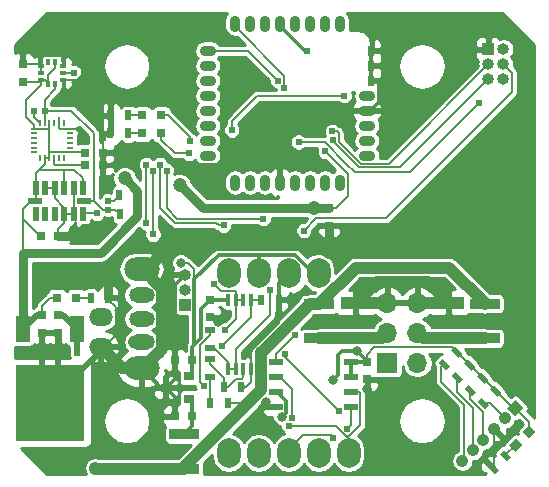
<source format=gtl>
G04 #@! TF.FileFunction,Copper,L1,Top,Signal*
%FSLAX46Y46*%
G04 Gerber Fmt 4.6, Leading zero omitted, Abs format (unit mm)*
G04 Created by KiCad (PCBNEW 4.0.6) date 07/07/17 15:20:00*
%MOMM*%
%LPD*%
G01*
G04 APERTURE LIST*
%ADD10C,0.100000*%
%ADD11R,0.350000X1.000000*%
%ADD12R,0.550000X1.145000*%
%ADD13R,1.145000X0.550000*%
%ADD14R,1.000000X1.000000*%
%ADD15O,1.000000X1.000000*%
%ADD16R,0.800000X0.750000*%
%ADD17R,0.750000X0.800000*%
%ADD18R,2.500000X1.000000*%
%ADD19R,0.800000X0.800000*%
%ADD20R,2.500000X0.900000*%
%ADD21O,2.000000X1.500000*%
%ADD22R,1.700000X1.700000*%
%ADD23O,1.700000X1.700000*%
%ADD24C,1.000000*%
%ADD25R,0.500000X0.900000*%
%ADD26R,0.900000X0.500000*%
%ADD27R,0.900000X0.800000*%
%ADD28O,2.000000X2.500000*%
%ADD29R,1.143000X0.508000*%
%ADD30O,3.000000X2.000000*%
%ADD31O,2.200000X1.300000*%
%ADD32R,1.200000X2.200000*%
%ADD33R,5.800000X6.400000*%
%ADD34R,2.750000X3.050000*%
%ADD35O,0.900000X1.400000*%
%ADD36O,1.400000X0.900000*%
%ADD37R,0.600000X0.900000*%
%ADD38R,0.550000X0.200000*%
%ADD39R,0.200000X0.550000*%
%ADD40R,0.550000X0.400000*%
%ADD41R,0.400000X0.550000*%
%ADD42C,1.200000*%
%ADD43C,0.604800*%
%ADD44C,0.800000*%
%ADD45C,0.300000*%
%ADD46C,0.500000*%
%ADD47C,0.200000*%
%ADD48C,0.152400*%
%ADD49C,2.000000*%
%ADD50C,0.800000*%
%ADD51C,0.254000*%
G04 APERTURE END LIST*
D10*
D11*
X48575000Y-60650000D03*
X49225000Y-60650000D03*
X49875000Y-60650000D03*
X50525000Y-60650000D03*
X50525000Y-54750000D03*
X49875000Y-54750000D03*
X49225000Y-54750000D03*
X48575000Y-54750000D03*
D12*
X34690000Y-45257500D03*
X35490000Y-45257500D03*
X36290000Y-45257500D03*
X33890000Y-45257500D03*
X33090000Y-45257500D03*
X32290000Y-45257500D03*
X35490000Y-47452500D03*
X34690000Y-47452500D03*
X33090000Y-47452500D03*
X33890000Y-47452500D03*
X36290000Y-47452500D03*
X32290000Y-47452500D03*
D13*
X36387500Y-46355000D03*
X32192500Y-46355000D03*
D14*
X44900000Y-55170000D03*
D15*
X44900000Y-53900000D03*
X44900000Y-52630000D03*
D16*
X45550000Y-64600000D03*
X44050000Y-64600000D03*
D17*
X47050000Y-54750000D03*
X47050000Y-56250000D03*
D16*
X45550000Y-59850000D03*
X44050000Y-59850000D03*
D17*
X34200000Y-56050000D03*
X34200000Y-57550000D03*
X32800000Y-56050000D03*
X32800000Y-57550000D03*
D18*
X59400000Y-58025000D03*
X59400000Y-55025000D03*
X67250000Y-58000000D03*
X67250000Y-55000000D03*
D17*
X60350000Y-60000000D03*
X60350000Y-61500000D03*
D10*
G36*
X74065685Y-65368630D02*
X74631370Y-65934315D01*
X74065685Y-66500000D01*
X73500000Y-65934315D01*
X74065685Y-65368630D01*
X74065685Y-65368630D01*
G37*
G36*
X72934315Y-66500000D02*
X73500000Y-67065685D01*
X72934315Y-67631370D01*
X72368630Y-67065685D01*
X72934315Y-66500000D01*
X72934315Y-66500000D01*
G37*
D19*
X34100000Y-54600000D03*
X35700000Y-54600000D03*
D20*
X44850000Y-69050000D03*
X44850000Y-66150000D03*
X56300000Y-55125000D03*
X56300000Y-58025000D03*
X70325000Y-55100000D03*
X70325000Y-58000000D03*
D21*
X37800000Y-56250000D03*
X37800000Y-58750000D03*
D22*
X62060000Y-60100000D03*
D23*
X64600000Y-60100000D03*
X62060000Y-57560000D03*
X64600000Y-57560000D03*
X62060000Y-55020000D03*
X64600000Y-55020000D03*
D10*
G36*
X72186970Y-63905923D02*
X72894077Y-63198816D01*
X73601184Y-63905923D01*
X72894077Y-64613030D01*
X72186970Y-63905923D01*
X72186970Y-63905923D01*
G37*
D24*
X71996051Y-64803949D02*
X71996051Y-64803949D01*
X71098026Y-65701974D02*
X71098026Y-65701974D01*
X70200000Y-66600000D02*
X70200000Y-66600000D01*
X69301975Y-67498025D02*
X69301975Y-67498025D01*
X68403949Y-68396051D02*
X68403949Y-68396051D01*
D25*
X48550000Y-63500000D03*
X47050000Y-63500000D03*
D26*
X47050000Y-61300000D03*
X47050000Y-59800000D03*
D25*
X48200000Y-62100000D03*
X49700000Y-62100000D03*
D26*
X47050000Y-57350000D03*
X47050000Y-58850000D03*
D25*
X51350000Y-54750000D03*
X52850000Y-54750000D03*
D10*
G36*
X71919239Y-67444365D02*
X72555635Y-68080761D01*
X72202081Y-68434315D01*
X71565685Y-67797919D01*
X71919239Y-67444365D01*
X71919239Y-67444365D01*
G37*
G36*
X70858579Y-68505025D02*
X71494975Y-69141421D01*
X71141421Y-69494975D01*
X70505025Y-68858579D01*
X70858579Y-68505025D01*
X70858579Y-68505025D01*
G37*
D25*
X36950000Y-54600000D03*
X38450000Y-54600000D03*
D10*
G36*
X67788909Y-58674695D02*
X68425305Y-59311091D01*
X68071751Y-59664645D01*
X67435355Y-59028249D01*
X67788909Y-58674695D01*
X67788909Y-58674695D01*
G37*
G36*
X66728249Y-59735355D02*
X67364645Y-60371751D01*
X67011091Y-60725305D01*
X66374695Y-60088909D01*
X66728249Y-59735355D01*
X66728249Y-59735355D01*
G37*
G36*
X68888909Y-59774695D02*
X69525305Y-60411091D01*
X69171751Y-60764645D01*
X68535355Y-60128249D01*
X68888909Y-59774695D01*
X68888909Y-59774695D01*
G37*
G36*
X67828249Y-60835355D02*
X68464645Y-61471751D01*
X68111091Y-61825305D01*
X67474695Y-61188909D01*
X67828249Y-60835355D01*
X67828249Y-60835355D01*
G37*
G36*
X69988909Y-60874695D02*
X70625305Y-61511091D01*
X70271751Y-61864645D01*
X69635355Y-61228249D01*
X69988909Y-60874695D01*
X69988909Y-60874695D01*
G37*
G36*
X68928249Y-61935355D02*
X69564645Y-62571751D01*
X69211091Y-62925305D01*
X68574695Y-62288909D01*
X68928249Y-61935355D01*
X68928249Y-61935355D01*
G37*
D27*
X45300000Y-63150000D03*
X45300000Y-61250000D03*
X43300000Y-62200000D03*
D28*
X56240000Y-52480000D03*
X53700000Y-52480000D03*
X51160000Y-52480000D03*
X48620000Y-52480000D03*
X48620000Y-67720000D03*
X51160000Y-67720000D03*
X53700000Y-67720000D03*
X56240000Y-67720000D03*
X58780000Y-67720000D03*
D29*
X58975000Y-59995000D03*
X58975000Y-61265000D03*
X58975000Y-62535000D03*
X58975000Y-63805000D03*
X52625000Y-63805000D03*
X52625000Y-62535000D03*
X52625000Y-61265000D03*
X52625000Y-59995000D03*
D30*
X41250000Y-60550000D03*
X41250000Y-52150000D03*
D31*
X41250000Y-58350000D03*
X41250000Y-56350000D03*
X41250000Y-54350000D03*
D10*
G36*
X71088909Y-61974695D02*
X71725305Y-62611091D01*
X71371751Y-62964645D01*
X70735355Y-62328249D01*
X71088909Y-61974695D01*
X71088909Y-61974695D01*
G37*
G36*
X70028249Y-63035355D02*
X70664645Y-63671751D01*
X70311091Y-64025305D01*
X69674695Y-63388909D01*
X70028249Y-63035355D01*
X70028249Y-63035355D01*
G37*
D32*
X35780000Y-57200000D03*
X31220000Y-57200000D03*
D33*
X33500000Y-63500000D03*
D34*
X31975000Y-65175000D03*
X35025000Y-61825000D03*
X35025000Y-65175000D03*
X31975000Y-61825000D03*
D16*
X36461000Y-42291000D03*
X37961000Y-42291000D03*
X36461000Y-43307000D03*
X37961000Y-43307000D03*
D17*
X57150000Y-46990000D03*
X57150000Y-48490000D03*
D16*
X32714500Y-49339500D03*
X34214500Y-49339500D03*
D17*
X31178500Y-36310000D03*
X31178500Y-34810000D03*
D25*
X40882000Y-45910500D03*
X39382000Y-45910500D03*
X40894000Y-47498000D03*
X39394000Y-47498000D03*
D35*
X58039000Y-31365000D03*
X56769000Y-31365000D03*
X55499000Y-31365000D03*
X54229000Y-31365000D03*
X52959000Y-31365000D03*
X51689000Y-31365000D03*
X50419000Y-31365000D03*
X49149000Y-31365000D03*
D36*
X46859000Y-33655000D03*
X46859000Y-34925000D03*
X46859000Y-36195000D03*
X46859000Y-37465000D03*
X46859000Y-38735000D03*
X46859000Y-40005000D03*
X46859000Y-41275000D03*
X46859000Y-42545000D03*
D35*
X49149000Y-44835000D03*
X50419000Y-44835000D03*
X51689000Y-44835000D03*
X52959000Y-44835000D03*
X54229000Y-44835000D03*
X55499000Y-44835000D03*
X56769000Y-44835000D03*
X58039000Y-44835000D03*
D36*
X60329000Y-42545000D03*
X60329000Y-41275000D03*
X60329000Y-40005000D03*
X60329000Y-38735000D03*
X60329000Y-37465000D03*
D37*
X60694000Y-36195000D03*
X60694000Y-34925000D03*
X60694000Y-33655000D03*
D38*
X32155000Y-40275000D03*
X32155000Y-40675000D03*
X32155000Y-41075000D03*
X32155000Y-41475000D03*
X32155000Y-41875000D03*
X32155000Y-42275000D03*
D39*
X32655000Y-42775000D03*
X33055000Y-42775000D03*
X33455000Y-42775000D03*
X33855000Y-42775000D03*
X34255000Y-42775000D03*
X34655000Y-42775000D03*
D38*
X35155000Y-42275000D03*
X35155000Y-41875000D03*
X35155000Y-41475000D03*
X35155000Y-41075000D03*
X35155000Y-40675000D03*
X35155000Y-40275000D03*
D39*
X34655000Y-39775000D03*
X34255000Y-39775000D03*
X33855000Y-39775000D03*
X33455000Y-39775000D03*
X33055000Y-39775000D03*
X32655000Y-39775000D03*
D40*
X34575000Y-35560000D03*
X34575000Y-34960000D03*
X34575000Y-36160000D03*
X32735000Y-34960000D03*
X32735000Y-35560000D03*
X32735000Y-36160000D03*
D41*
X33955000Y-34640000D03*
X33355000Y-34640000D03*
X33955000Y-36480000D03*
X33355000Y-36480000D03*
D14*
X70612000Y-33528000D03*
D15*
X71882000Y-33528000D03*
X70612000Y-34798000D03*
X71882000Y-34798000D03*
X70612000Y-36068000D03*
X71882000Y-36068000D03*
D19*
X42900500Y-40640000D03*
X41300500Y-40640000D03*
X42926000Y-39116000D03*
X41326000Y-39116000D03*
D25*
X40120000Y-40640000D03*
X38620000Y-40640000D03*
X40120000Y-39116000D03*
X38620000Y-39116000D03*
D42*
X57178507Y-50750097D03*
D43*
X50419000Y-42799000D03*
X37961000Y-41021000D03*
X54673500Y-42862500D03*
X36497590Y-52523302D03*
X34544000Y-33528000D03*
X31178500Y-33528000D03*
D42*
X35496500Y-49276000D03*
D43*
X36449000Y-41021000D03*
D44*
X47739999Y-56602457D03*
X60329926Y-62315702D03*
X51805403Y-63436069D03*
X44581566Y-51626931D03*
X57465720Y-61564934D03*
X53150000Y-64650000D03*
X59500000Y-59077402D03*
D43*
X35800000Y-59300000D03*
X55245000Y-33718500D03*
X56795033Y-42178995D03*
D42*
X55816500Y-46990000D03*
X44487001Y-45049999D03*
X39814500Y-44450000D03*
D44*
X37300000Y-69000000D03*
D43*
X54237652Y-57737652D03*
X58683576Y-65663062D03*
X57500000Y-66467590D03*
X53999574Y-64744397D03*
X53720516Y-65456253D03*
X46518990Y-62050000D03*
X53394631Y-59331624D03*
X57966334Y-64184423D03*
X52100000Y-53925000D03*
X47343362Y-53427601D03*
X48300709Y-57299185D03*
X48022580Y-58694220D03*
X69850000Y-38100000D03*
X54546500Y-41402000D03*
X54991000Y-48895000D03*
X57403242Y-40490347D03*
X58420000Y-37465000D03*
X48895000Y-40386000D03*
X57428597Y-41247135D03*
X43371014Y-43813164D03*
X51562000Y-47879000D03*
X42799000Y-43307000D03*
X48196500Y-48450500D03*
X42227500Y-43878500D03*
X42227500Y-49212500D03*
X41656000Y-43307000D03*
X41656000Y-48260000D03*
X32131000Y-38735000D03*
X35560000Y-35560000D03*
X38417500Y-46355000D03*
X38417500Y-46355000D03*
X37465000Y-47434500D03*
X33055000Y-38735000D03*
X38417500Y-47117000D03*
X53340000Y-36830000D03*
X52768500Y-36195000D03*
X45275500Y-42354500D03*
X45339000Y-41275000D03*
D45*
X45550000Y-64600000D02*
X45550000Y-63400000D01*
X45550000Y-63400000D02*
X45300000Y-63150000D01*
X45550000Y-64600000D02*
X45550000Y-65450000D01*
X45550000Y-65450000D02*
X44850000Y-66150000D01*
D46*
X37961000Y-42291000D02*
X43053000Y-42291000D01*
X43053000Y-42291000D02*
X44159410Y-43397410D01*
X44159410Y-43397410D02*
X49820590Y-43397410D01*
X49820590Y-43397410D02*
X50419000Y-42799000D01*
D47*
X37961000Y-41021000D02*
X37961000Y-40640000D01*
X37961000Y-40640000D02*
X37961000Y-39116000D01*
D48*
X38620000Y-40640000D02*
X38217600Y-40640000D01*
X38217600Y-40640000D02*
X37961000Y-40640000D01*
D47*
X37961000Y-39116000D02*
X37961000Y-38339892D01*
D48*
X38620000Y-39116000D02*
X38217600Y-39116000D01*
X38217600Y-39116000D02*
X37961000Y-39116000D01*
D47*
X34307401Y-40302401D02*
X35127599Y-40302401D01*
X35127599Y-40302401D02*
X35155000Y-40275000D01*
X34255000Y-40250000D02*
X34307401Y-40302401D01*
X34255000Y-39775000D02*
X34255000Y-40250000D01*
D24*
X56472040Y-50125180D02*
X57178507Y-50750097D01*
X57146860Y-50800000D02*
X57146860Y-50781744D01*
X57146860Y-50781744D02*
X57178507Y-50750097D01*
D49*
X35025000Y-61825000D02*
X31975000Y-61825000D01*
X35025000Y-65175000D02*
X35025000Y-61825000D01*
X31975000Y-65175000D02*
X35025000Y-65175000D01*
X31975000Y-61825000D02*
X31975000Y-65175000D01*
D46*
X52578000Y-40640000D02*
X50419000Y-42799000D01*
X54483000Y-38735000D02*
X52578000Y-40640000D01*
X60329000Y-38735000D02*
X54483000Y-38735000D01*
D45*
X60694000Y-36195000D02*
X61294000Y-36195000D01*
X61294000Y-36195000D02*
X61331410Y-36232410D01*
X61331410Y-36232410D02*
X61331410Y-37982590D01*
X61331410Y-37982590D02*
X60579000Y-38735000D01*
X60579000Y-38735000D02*
X60329000Y-38735000D01*
X60694000Y-34925000D02*
X60694000Y-36195000D01*
X60694000Y-33655000D02*
X60694000Y-34925000D01*
D47*
X54673500Y-42862500D02*
X52959000Y-42862500D01*
X52959000Y-42862500D02*
X50482500Y-42862500D01*
X52959000Y-44835000D02*
X52959000Y-43935000D01*
X52959000Y-43935000D02*
X52959000Y-42862500D01*
X50482500Y-42862500D02*
X50419000Y-42799000D01*
X37961000Y-42291000D02*
X37961000Y-41021000D01*
X52959000Y-44577000D02*
X52959000Y-44835000D01*
D50*
X37868500Y-52768500D02*
X36742788Y-52768500D01*
X36742788Y-52768500D02*
X36497590Y-52523302D01*
X38450000Y-54600000D02*
X38450000Y-53350000D01*
X38450000Y-53350000D02*
X37868500Y-52768500D01*
D47*
X34544000Y-33528000D02*
X34544000Y-33955658D01*
X34544000Y-33955658D02*
X34544000Y-34112599D01*
X31178500Y-33528000D02*
X34544000Y-33528000D01*
X31178500Y-33528000D02*
X31178500Y-34810000D01*
X37961000Y-38339892D02*
X35781108Y-36160000D01*
D48*
X37961000Y-42291000D02*
X37961000Y-43307000D01*
D50*
X34214500Y-49339500D02*
X35433000Y-49339500D01*
X35433000Y-49339500D02*
X35496500Y-49276000D01*
X57150000Y-48490000D02*
X57150000Y-49690000D01*
X57150000Y-49690000D02*
X56714820Y-50125180D01*
X56714820Y-50125180D02*
X56472040Y-50125180D01*
D47*
X35155000Y-40275000D02*
X35703000Y-40275000D01*
X35703000Y-40275000D02*
X36449000Y-41021000D01*
X34214500Y-49339500D02*
X34214500Y-48764500D01*
X34214500Y-48764500D02*
X34690000Y-48289000D01*
X34690000Y-48289000D02*
X34690000Y-48225000D01*
X34690000Y-48225000D02*
X34690000Y-47452500D01*
X31178500Y-34810000D02*
X32585000Y-34810000D01*
X32585000Y-34810000D02*
X32735000Y-34960000D01*
X35446099Y-34112599D02*
X34544000Y-34112599D01*
X36195000Y-34861500D02*
X35446099Y-34112599D01*
X36195000Y-35746108D02*
X36195000Y-34861500D01*
X35781108Y-36160000D02*
X36195000Y-35746108D01*
X34575000Y-36160000D02*
X35781108Y-36160000D01*
X34544000Y-34112599D02*
X32953079Y-34112599D01*
X34575000Y-34960000D02*
X34575000Y-34560000D01*
X34575000Y-34560000D02*
X34544000Y-34529000D01*
X34544000Y-34529000D02*
X34544000Y-34112599D01*
X32735000Y-34960000D02*
X32735000Y-35560000D01*
X32953079Y-34112599D02*
X32735000Y-34330678D01*
X32735000Y-34330678D02*
X32735000Y-34560000D01*
X32735000Y-34560000D02*
X32735000Y-34960000D01*
X34255000Y-39775000D02*
X34255000Y-39300000D01*
X35490000Y-47452500D02*
X35490000Y-45257500D01*
X33890000Y-45257500D02*
X33890000Y-46150678D01*
X33890000Y-46150678D02*
X34690000Y-46950678D01*
X34690000Y-46950678D02*
X34690000Y-47452500D01*
X33090000Y-45257500D02*
X33890000Y-45257500D01*
X35490000Y-47452500D02*
X34690000Y-47452500D01*
X37800000Y-58750000D02*
X38050000Y-58750000D01*
X38050000Y-58750000D02*
X39052410Y-57747590D01*
X39052410Y-57747590D02*
X39052410Y-55402410D01*
X38450000Y-54800000D02*
X38450000Y-54600000D01*
X39052410Y-55402410D02*
X38450000Y-54800000D01*
D46*
X32800000Y-57550000D02*
X32800000Y-61000000D01*
X32800000Y-61000000D02*
X31975000Y-61825000D01*
X34200000Y-57550000D02*
X34200000Y-61000000D01*
X34200000Y-61000000D02*
X35025000Y-61825000D01*
X37800000Y-58750000D02*
X37800000Y-59050000D01*
X37800000Y-59050000D02*
X35025000Y-61825000D01*
D24*
X37800000Y-58750000D02*
X39600000Y-60550000D01*
X39600000Y-60550000D02*
X41250000Y-60550000D01*
D47*
X38450000Y-54600000D02*
X38450000Y-54400000D01*
X40700000Y-52150000D02*
X41250000Y-52150000D01*
D24*
X41250000Y-60550000D02*
X41341885Y-60550000D01*
X41341885Y-60550000D02*
X43002410Y-58889475D01*
X43002410Y-58889475D02*
X43002410Y-53810525D01*
X43002410Y-53810525D02*
X41341885Y-52150000D01*
X41341885Y-52150000D02*
X41250000Y-52150000D01*
X41250000Y-52150000D02*
X41750000Y-52150000D01*
X41750000Y-52150000D02*
X43774820Y-50125180D01*
X43774820Y-50125180D02*
X56472040Y-50125180D01*
D45*
X47050000Y-56250000D02*
X47387542Y-56250000D01*
X44900000Y-52630000D02*
X44050000Y-53480000D01*
X44050000Y-53480000D02*
X44050000Y-59850000D01*
X47387542Y-56250000D02*
X47739999Y-56602457D01*
X60350000Y-61500000D02*
X60350000Y-62295628D01*
X60350000Y-62295628D02*
X60329926Y-62315702D01*
D47*
X71098026Y-65701974D02*
X71098026Y-68901974D01*
X71098026Y-68901974D02*
X71000000Y-69000000D01*
D45*
X52850000Y-54750000D02*
X52850000Y-53330000D01*
X52850000Y-53330000D02*
X53700000Y-52480000D01*
D24*
X63300000Y-53225000D02*
X61200000Y-53225000D01*
X65475000Y-53225000D02*
X63300000Y-53225000D01*
D48*
X52094590Y-57500000D02*
X52850000Y-56744590D01*
X52850000Y-56744590D02*
X52850000Y-54750000D01*
X50525000Y-60650000D02*
X50525000Y-59064768D01*
X50525000Y-59064768D02*
X52089768Y-57500000D01*
X52089768Y-57500000D02*
X52094590Y-57500000D01*
D47*
X41730000Y-52630000D02*
X41250000Y-52150000D01*
D45*
X44050000Y-64600000D02*
X44050000Y-62950000D01*
X44050000Y-62950000D02*
X43300000Y-62200000D01*
X44050000Y-59850000D02*
X44050000Y-61450000D01*
X44050000Y-61450000D02*
X43300000Y-62200000D01*
X43300000Y-62200000D02*
X42900000Y-62200000D01*
X42900000Y-62200000D02*
X41250000Y-60550000D01*
X52625000Y-63805000D02*
X52174334Y-63805000D01*
X52174334Y-63805000D02*
X51805403Y-63436069D01*
D48*
X49700000Y-62100000D02*
X50102400Y-62100000D01*
X50102400Y-62100000D02*
X50525000Y-61677400D01*
X50525000Y-61677400D02*
X50525000Y-61302400D01*
X50525000Y-61302400D02*
X50525000Y-60650000D01*
D45*
X52625000Y-63805000D02*
X52291194Y-63805000D01*
D24*
X67250000Y-55000000D02*
X65475000Y-53225000D01*
X61200000Y-53225000D02*
X60900000Y-53525000D01*
X60900000Y-53525000D02*
X59400000Y-55025000D01*
X67250000Y-55000000D02*
X64620000Y-55000000D01*
X59400000Y-55025000D02*
X62055000Y-55025000D01*
X62055000Y-55025000D02*
X62060000Y-55020000D01*
X64620000Y-55000000D02*
X64600000Y-55020000D01*
D47*
X60350000Y-60000000D02*
X60350000Y-59400000D01*
X60350000Y-59400000D02*
X60969238Y-58780762D01*
X60969238Y-58780762D02*
X67541422Y-58780762D01*
X67541422Y-58780762D02*
X67930330Y-59169670D01*
D48*
X44581566Y-51626931D02*
X45147251Y-51626931D01*
X45147251Y-51626931D02*
X45702401Y-52182081D01*
X45702401Y-52182081D02*
X45702401Y-53015153D01*
D45*
X47789964Y-50927590D02*
X45702401Y-53015153D01*
X45702401Y-53015153D02*
X45702401Y-58564564D01*
X45702401Y-58564564D02*
X45550000Y-58716965D01*
X47050000Y-54750000D02*
X48575000Y-54750000D01*
X47050000Y-54775000D02*
X46297599Y-55527401D01*
X46297599Y-55527401D02*
X46297599Y-57969366D01*
X47050000Y-54750000D02*
X47050000Y-54775000D01*
D47*
X71230330Y-62469670D02*
X72666583Y-63905923D01*
X72666583Y-63905923D02*
X72894077Y-63905923D01*
X70130330Y-61369670D02*
X71230330Y-62469670D01*
X69030330Y-60269670D02*
X70130330Y-61369670D01*
X67930330Y-59169670D02*
X69030330Y-60269670D01*
X72894077Y-63905923D02*
X74065685Y-65077531D01*
X74065685Y-65077531D02*
X74065685Y-65934315D01*
D45*
X54239475Y-50927590D02*
X51200000Y-50927590D01*
X51200000Y-50927590D02*
X47789964Y-50927590D01*
X51160000Y-52480000D02*
X51160000Y-50930000D01*
X51160000Y-50930000D02*
X51162410Y-50927590D01*
X51162410Y-50927590D02*
X51200000Y-50927590D01*
X56240000Y-52480000D02*
X55791885Y-52480000D01*
X55791885Y-52480000D02*
X54239475Y-50927590D01*
X45550000Y-59850000D02*
X45550000Y-61000000D01*
X45550000Y-61000000D02*
X45300000Y-61250000D01*
X46297599Y-57969366D02*
X45550000Y-58716965D01*
X45550000Y-58716965D02*
X45550000Y-59850000D01*
X57865719Y-59434281D02*
X58222598Y-59077402D01*
X58222598Y-59077402D02*
X59500000Y-59077402D01*
X57465720Y-61564934D02*
X57865719Y-61164935D01*
X57865719Y-61164935D02*
X57865719Y-59434281D01*
X52625000Y-62535000D02*
X52724822Y-62535000D01*
X52724822Y-62535000D02*
X53498901Y-63309079D01*
X53498901Y-63309079D02*
X53498901Y-64301099D01*
X53498901Y-64301099D02*
X53150000Y-64650000D01*
X60350000Y-60000000D02*
X60350000Y-59927402D01*
X60350000Y-59927402D02*
X59500000Y-59077402D01*
X60350000Y-60000000D02*
X58980000Y-60000000D01*
X58980000Y-60000000D02*
X58975000Y-59995000D01*
X58975000Y-61265000D02*
X58975000Y-59995000D01*
D46*
X34200000Y-56050000D02*
X34630000Y-56050000D01*
X34630000Y-56050000D02*
X35780000Y-57200000D01*
X35800000Y-59300000D02*
X35800000Y-57220000D01*
X35800000Y-57220000D02*
X35780000Y-57200000D01*
D47*
X35155000Y-42275000D02*
X36445000Y-42275000D01*
X36445000Y-42275000D02*
X36461000Y-42291000D01*
D45*
X52959000Y-31365000D02*
X52959000Y-31615000D01*
X52959000Y-31615000D02*
X55062500Y-33718500D01*
X55062500Y-33718500D02*
X55245000Y-33718500D01*
D47*
X57150000Y-46990000D02*
X57725000Y-46990000D01*
X58741410Y-44125372D02*
X57097432Y-42481394D01*
X57725000Y-46990000D02*
X58741410Y-45973590D01*
X57097432Y-42481394D02*
X56795033Y-42178995D01*
X58741410Y-45973590D02*
X58741410Y-44125372D01*
D50*
X46427002Y-46990000D02*
X55816500Y-46990000D01*
X44487001Y-45049999D02*
X46427002Y-46990000D01*
X55816500Y-46990000D02*
X57150000Y-46990000D01*
X40882000Y-45910500D02*
X40882000Y-45517500D01*
X40882000Y-45517500D02*
X39814500Y-44450000D01*
X40894000Y-47498000D02*
X40894000Y-45922500D01*
X40894000Y-45922500D02*
X40882000Y-45910500D01*
X31220000Y-50800000D02*
X37792000Y-50800000D01*
X37792000Y-50800000D02*
X40894000Y-47698000D01*
X40894000Y-47698000D02*
X40894000Y-47498000D01*
X31220000Y-57200000D02*
X31220000Y-55300000D01*
X31220000Y-55300000D02*
X31220000Y-50800000D01*
D47*
X31220000Y-47879000D02*
X31220000Y-50800000D01*
X31220000Y-47030000D02*
X31220000Y-47879000D01*
X32714500Y-49339500D02*
X32689500Y-49339500D01*
X32689500Y-49339500D02*
X31229000Y-47879000D01*
X31229000Y-47879000D02*
X31220000Y-47879000D01*
X31178500Y-36310000D02*
X32585000Y-36310000D01*
X32585000Y-36310000D02*
X32735000Y-36160000D01*
X32192500Y-46355000D02*
X31895000Y-46355000D01*
X31895000Y-46355000D02*
X31220000Y-47030000D01*
X32290000Y-45257500D02*
X32290000Y-46257500D01*
X32290000Y-46257500D02*
X32192500Y-46355000D01*
X35534500Y-43729500D02*
X34671000Y-43729500D01*
X34671000Y-43729500D02*
X32575500Y-43729500D01*
X34690000Y-45257500D02*
X34690000Y-44485000D01*
X34690000Y-44485000D02*
X34671000Y-44466000D01*
X34671000Y-44466000D02*
X34671000Y-43729500D01*
X33055000Y-43250000D02*
X32575500Y-43729500D01*
X32575500Y-43729500D02*
X32290000Y-44015000D01*
X36290000Y-44485000D02*
X35534500Y-43729500D01*
X36290000Y-45257500D02*
X36290000Y-44485000D01*
X33055000Y-42775000D02*
X33055000Y-43250000D01*
X32290000Y-44015000D02*
X32290000Y-44485000D01*
X32290000Y-44485000D02*
X32290000Y-45257500D01*
X33455000Y-40250000D02*
X33455000Y-42227500D01*
X33455000Y-42227500D02*
X33455000Y-42775000D01*
X35155000Y-42275000D02*
X35127599Y-42247599D01*
X35127599Y-42247599D02*
X33475099Y-42247599D01*
X33475099Y-42247599D02*
X33455000Y-42227500D01*
X32155000Y-40275000D02*
X32182401Y-40302401D01*
X32182401Y-40302401D02*
X33402599Y-40302401D01*
X33402599Y-40302401D02*
X33455000Y-40250000D01*
X33455000Y-39775000D02*
X33455000Y-40250000D01*
X31432500Y-37862500D02*
X31432500Y-39252500D01*
X31432500Y-39252500D02*
X32155000Y-39975000D01*
X32155000Y-39975000D02*
X32155000Y-40275000D01*
X32735000Y-36160000D02*
X32735000Y-36560000D01*
X32735000Y-36560000D02*
X31432500Y-37862500D01*
D48*
X33455000Y-42775000D02*
X33055000Y-42775000D01*
D47*
X33955000Y-34640000D02*
X33955000Y-35115000D01*
X33955000Y-35115000D02*
X33355000Y-35715000D01*
X33355000Y-35715000D02*
X33355000Y-36005000D01*
X33355000Y-36005000D02*
X33355000Y-36480000D01*
X32735000Y-36160000D02*
X33035000Y-36160000D01*
X33035000Y-36160000D02*
X33355000Y-36480000D01*
X34100000Y-54600000D02*
X33500000Y-54600000D01*
X32800000Y-55300000D02*
X32800000Y-55450000D01*
X33500000Y-54600000D02*
X32800000Y-55300000D01*
X32800000Y-55450000D02*
X32800000Y-56050000D01*
D46*
X32800000Y-56050000D02*
X32370000Y-56050000D01*
X32370000Y-56050000D02*
X31220000Y-57200000D01*
D47*
X34100000Y-54600000D02*
X33800000Y-54600000D01*
D24*
X59400000Y-58025000D02*
X56300000Y-58025000D01*
X59400000Y-58025000D02*
X61595000Y-58025000D01*
X61595000Y-58025000D02*
X62060000Y-57560000D01*
X67250000Y-58000000D02*
X70325000Y-58000000D01*
X67250000Y-58000000D02*
X65040000Y-58000000D01*
X65040000Y-58000000D02*
X64600000Y-57560000D01*
D47*
X72060660Y-67939340D02*
X72934315Y-67065685D01*
X36950000Y-54600000D02*
X35700000Y-54600000D01*
D24*
X44850000Y-69050000D02*
X37350000Y-69050000D01*
X37350000Y-69050000D02*
X37300000Y-69000000D01*
D47*
X48550000Y-63500000D02*
X50253140Y-63500000D01*
X50253140Y-63500000D02*
X51352401Y-62400739D01*
D24*
X51352401Y-62400739D02*
X44850000Y-68903140D01*
X44850000Y-68903140D02*
X44850000Y-69050000D01*
X51352401Y-62400739D02*
X51349261Y-62400739D01*
X67284993Y-52024991D02*
X59400009Y-52024991D01*
X44850000Y-68900000D02*
X44850000Y-69050000D01*
X51536401Y-59088599D02*
X51352401Y-59272599D01*
X51352401Y-59272599D02*
X51352401Y-62400739D01*
X51401099Y-59219079D02*
X51531579Y-59088599D01*
X51531579Y-59088599D02*
X51536401Y-59088599D01*
X51536401Y-59088599D02*
X55500000Y-55125000D01*
X55500000Y-55125000D02*
X56300000Y-55125000D01*
X70325000Y-55100000D02*
X70325000Y-55064998D01*
X70325000Y-55064998D02*
X67284993Y-52024991D01*
X59400009Y-52024991D02*
X56300000Y-55125000D01*
D48*
X52625000Y-59995000D02*
X52625000Y-59350304D01*
X52625000Y-59350304D02*
X54237652Y-57737652D01*
D47*
X70200000Y-66600000D02*
X70200000Y-64271178D01*
X70200000Y-64271178D02*
X69069670Y-63140848D01*
X69069670Y-63140848D02*
X69069670Y-62883884D01*
X69069670Y-62883884D02*
X69069670Y-62430330D01*
D48*
X58975000Y-63805000D02*
X58975000Y-65371638D01*
X58975000Y-65371638D02*
X58683576Y-65663062D01*
D47*
X69301975Y-67498025D02*
X69301975Y-63903592D01*
X69301975Y-63903592D02*
X67969670Y-62571287D01*
X67969670Y-62571287D02*
X67969670Y-61783884D01*
X67969670Y-61783884D02*
X67969670Y-61330330D01*
D48*
X53700000Y-67470000D02*
X54928610Y-66241390D01*
X56991005Y-66241390D02*
X54928610Y-66241390D01*
X57273800Y-66241390D02*
X57500000Y-66467590D01*
X56991005Y-66241390D02*
X57273800Y-66241390D01*
X53700000Y-67470000D02*
X53700000Y-67720000D01*
X52625000Y-61265000D02*
X52942500Y-61265000D01*
X52942500Y-61265000D02*
X53999574Y-62322074D01*
X53999574Y-62322074D02*
X53999574Y-64744397D01*
D47*
X68403949Y-68396051D02*
X68549574Y-68250426D01*
X68549574Y-68250426D02*
X68549574Y-63649574D01*
X68549574Y-63649574D02*
X66622183Y-61722183D01*
X66622183Y-61722183D02*
X66622183Y-60477817D01*
X66622183Y-60477817D02*
X66869670Y-60230330D01*
D48*
X58780000Y-67720000D02*
X58780000Y-66545368D01*
X58780000Y-66545368D02*
X58552232Y-66317600D01*
X58780000Y-66317600D02*
X58552232Y-66317600D01*
X58552232Y-66317600D02*
X57690885Y-65456253D01*
X57690885Y-65456253D02*
X56516253Y-65456253D01*
X56516253Y-65456253D02*
X53720516Y-65456253D01*
X58780000Y-67720000D02*
X58780000Y-66895598D01*
X59775101Y-65322499D02*
X58780000Y-66317600D01*
X58975000Y-62535000D02*
X59698900Y-62535000D01*
X59698900Y-62535000D02*
X59775101Y-62611201D01*
X59775101Y-62611201D02*
X59775101Y-65322499D01*
X58780000Y-67720000D02*
X58780000Y-67470000D01*
X46518990Y-62050000D02*
X46216591Y-61747601D01*
X46216591Y-61747601D02*
X46216591Y-58585809D01*
X46216591Y-58585809D02*
X47050000Y-57752400D01*
X47050000Y-57752400D02*
X47050000Y-57350000D01*
D47*
X70169670Y-63530330D02*
X70722432Y-63530330D01*
X70722432Y-63530330D02*
X71996051Y-64803949D01*
D48*
X57966334Y-64184423D02*
X53394631Y-59612720D01*
X53394631Y-59612720D02*
X53394631Y-59331624D01*
D24*
X37700000Y-56350000D02*
X37600000Y-56250000D01*
D48*
X47050000Y-63500000D02*
X47050000Y-61300000D01*
D24*
X41250000Y-58350000D02*
X40613140Y-58350000D01*
D48*
X52100000Y-53925000D02*
X52100000Y-56075000D01*
X52100000Y-56075000D02*
X49225000Y-58950000D01*
X49225000Y-58950000D02*
X49225000Y-59997600D01*
X49225000Y-59997600D02*
X49225000Y-60650000D01*
X48575000Y-60650000D02*
X48575000Y-59997600D01*
X48575000Y-59997600D02*
X47427400Y-58850000D01*
X47427400Y-58850000D02*
X47050000Y-58850000D01*
X49225000Y-60650000D02*
X48575000Y-60650000D01*
X47343362Y-53427601D02*
X47937160Y-54021399D01*
X47937160Y-54021399D02*
X49148799Y-54021399D01*
X49148799Y-54021399D02*
X49225000Y-54097600D01*
X49225000Y-54097600D02*
X49225000Y-54750000D01*
X49875000Y-54750000D02*
X49225000Y-54750000D01*
X48300709Y-57299185D02*
X49225000Y-56374894D01*
X49225000Y-56374894D02*
X49225000Y-54750000D01*
X47050000Y-59800000D02*
X47050000Y-60202400D01*
X47050000Y-60202400D02*
X48200000Y-61352400D01*
X48200000Y-61352400D02*
X48200000Y-61497600D01*
X48200000Y-61497600D02*
X48200000Y-62100000D01*
X49875000Y-60650000D02*
X49875000Y-61302400D01*
X49875000Y-61302400D02*
X49756001Y-61421399D01*
X49756001Y-61421399D02*
X49281001Y-61421399D01*
X49281001Y-61421399D02*
X48602400Y-62100000D01*
X48602400Y-62100000D02*
X48200000Y-62100000D01*
X51350000Y-54750000D02*
X50525000Y-54750000D01*
X50525000Y-54750000D02*
X50525000Y-56191800D01*
X50525000Y-56191800D02*
X48022580Y-58694220D01*
D47*
X33855000Y-42775000D02*
X33855000Y-43250000D01*
X33855000Y-43250000D02*
X33912000Y-43307000D01*
X33912000Y-43307000D02*
X35861000Y-43307000D01*
X35861000Y-43307000D02*
X36461000Y-43307000D01*
D48*
X59309000Y-43942000D02*
X64008000Y-43942000D01*
X64008000Y-43942000D02*
X69850000Y-38100000D01*
X58590610Y-43223610D02*
X59309000Y-43942000D01*
X56769000Y-41402000D02*
X58590610Y-43223610D01*
X54546500Y-41402000D02*
X56769000Y-41402000D01*
X72610601Y-35526601D02*
X72381999Y-35297999D01*
X61943535Y-47861399D02*
X72610601Y-37194333D01*
X56024601Y-47861399D02*
X61943535Y-47861399D01*
X72381999Y-35297999D02*
X71882000Y-34798000D01*
X54991000Y-48895000D02*
X56024601Y-47861399D01*
X72610601Y-37194333D02*
X72610601Y-35526601D01*
X57830900Y-40490347D02*
X57403242Y-40490347D01*
X59797911Y-43223610D02*
X57959598Y-41385297D01*
X57959598Y-41385297D02*
X57959598Y-40619045D01*
X70612000Y-34798000D02*
X62186390Y-43223610D01*
X62186390Y-43223610D02*
X59797911Y-43223610D01*
X57959598Y-40619045D02*
X57830900Y-40490347D01*
X57992342Y-37465000D02*
X58420000Y-37465000D01*
X48895000Y-39636605D02*
X51066605Y-37465000D01*
X48895000Y-40386000D02*
X48895000Y-39636605D01*
X51066605Y-37465000D02*
X57992342Y-37465000D01*
X59663733Y-43528421D02*
X57428597Y-41293285D01*
X70612000Y-36068000D02*
X63151579Y-43528421D01*
X63151579Y-43528421D02*
X59663733Y-43528421D01*
X57428597Y-41293285D02*
X57428597Y-41247135D01*
X43370500Y-43813678D02*
X43371014Y-43813164D01*
X43370500Y-45720000D02*
X43370500Y-43813678D01*
X43370500Y-46990000D02*
X44259500Y-47879000D01*
X44259500Y-47879000D02*
X51562000Y-47879000D01*
X43370500Y-45720000D02*
X43370500Y-46990000D01*
X42799000Y-43307000D02*
X42799000Y-46990000D01*
X42799000Y-46990000D02*
X44069000Y-48260000D01*
X44069000Y-48260000D02*
X47578342Y-48260000D01*
X47578342Y-48260000D02*
X47768842Y-48450500D01*
X47768842Y-48450500D02*
X48196500Y-48450500D01*
X42227500Y-45720000D02*
X42227500Y-43878500D01*
X42227500Y-49212500D02*
X42227500Y-45720000D01*
X41656000Y-43307000D02*
X41656000Y-45085000D01*
X41656000Y-45085000D02*
X41656000Y-48260000D01*
X38417500Y-46355000D02*
X38937500Y-46355000D01*
X38937500Y-46355000D02*
X39382000Y-45910500D01*
X32131000Y-38735000D02*
X32131000Y-39251000D01*
X32131000Y-39251000D02*
X32655000Y-39775000D01*
X34575000Y-35560000D02*
X35560000Y-35560000D01*
X37465000Y-47434500D02*
X36308000Y-47434500D01*
X36308000Y-47434500D02*
X36290000Y-47452500D01*
X38417500Y-47117000D02*
X39013000Y-47117000D01*
X39013000Y-47117000D02*
X39394000Y-47498000D01*
X33055000Y-38735000D02*
X35306000Y-38735000D01*
X35306000Y-38735000D02*
X37227842Y-40656842D01*
X37227842Y-40656842D02*
X37227842Y-46355000D01*
X33055000Y-38735000D02*
X33055000Y-39347600D01*
X33055000Y-37807400D02*
X33055000Y-38735000D01*
X33955000Y-36480000D02*
X33955000Y-36907400D01*
X33955000Y-36907400D02*
X33055000Y-37807400D01*
X33055000Y-39347600D02*
X33055000Y-39775000D01*
X38417500Y-47117000D02*
X37989842Y-47117000D01*
X37989842Y-47117000D02*
X37227842Y-46355000D01*
X37227842Y-46355000D02*
X37112400Y-46355000D01*
X37112400Y-46355000D02*
X36387500Y-46355000D01*
X53340000Y-35806000D02*
X53340000Y-36830000D01*
X49149000Y-31365000D02*
X49149000Y-31615000D01*
X49149000Y-31615000D02*
X53340000Y-35806000D01*
X52768500Y-36195000D02*
X50228500Y-33655000D01*
X50228500Y-33655000D02*
X46859000Y-33655000D01*
X42900500Y-41192400D02*
X44062600Y-42354500D01*
X42900500Y-40640000D02*
X42900500Y-41192400D01*
X44062600Y-42354500D02*
X45275500Y-42354500D01*
X40120000Y-40640000D02*
X41300500Y-40640000D01*
X42926000Y-39116000D02*
X43478400Y-39116000D01*
X43478400Y-39116000D02*
X45339000Y-40976600D01*
X45339000Y-40976600D02*
X45339000Y-41275000D01*
X40120000Y-39116000D02*
X41326000Y-39116000D01*
D51*
G36*
X74498000Y-33207935D02*
X74498000Y-64794187D01*
X74438330Y-64704886D01*
X73924533Y-64191089D01*
X73999870Y-64080829D01*
X74036507Y-63911937D01*
X74004550Y-63742098D01*
X73909034Y-63598073D01*
X73201927Y-62890966D01*
X73068983Y-62800130D01*
X72900091Y-62763493D01*
X72730252Y-62795450D01*
X72586227Y-62890966D01*
X72491572Y-62985621D01*
X72153930Y-62647980D01*
X72160628Y-62617105D01*
X72128671Y-62447266D01*
X72033155Y-62303241D01*
X71396759Y-61666845D01*
X71263815Y-61576009D01*
X71094923Y-61539372D01*
X71054133Y-61547047D01*
X71060628Y-61517105D01*
X71028671Y-61347266D01*
X70933155Y-61203241D01*
X70296759Y-60566845D01*
X70163815Y-60476009D01*
X69994923Y-60439372D01*
X69954133Y-60447047D01*
X69960628Y-60417105D01*
X69928671Y-60247266D01*
X69833155Y-60103241D01*
X69196759Y-59466845D01*
X69063815Y-59376009D01*
X68894923Y-59339372D01*
X68854133Y-59347047D01*
X68860628Y-59317105D01*
X68828671Y-59147266D01*
X68733155Y-59003241D01*
X68656914Y-58927000D01*
X70325000Y-58927000D01*
X70534313Y-58885365D01*
X71575000Y-58885365D01*
X71733237Y-58855591D01*
X71878567Y-58762073D01*
X71976064Y-58619381D01*
X72010365Y-58450000D01*
X72010365Y-57550000D01*
X71980591Y-57391763D01*
X71887073Y-57246433D01*
X71744381Y-57148936D01*
X71575000Y-57114635D01*
X70534313Y-57114635D01*
X70325000Y-57073000D01*
X68541307Y-57073000D01*
X68500000Y-57064635D01*
X66000000Y-57064635D01*
X65955543Y-57073000D01*
X65805148Y-57073000D01*
X65804812Y-57071313D01*
X65527993Y-56657025D01*
X65120417Y-56384691D01*
X65481358Y-56215183D01*
X65641921Y-56038998D01*
X65873690Y-56135000D01*
X66964250Y-56135000D01*
X67123000Y-55976250D01*
X67123000Y-55127000D01*
X65523750Y-55127000D01*
X65503750Y-55147000D01*
X64727000Y-55147000D01*
X64727000Y-55167000D01*
X64473000Y-55167000D01*
X64473000Y-55147000D01*
X62187000Y-55147000D01*
X62187000Y-55167000D01*
X61933000Y-55167000D01*
X61933000Y-55147000D01*
X60739845Y-55147000D01*
X60737206Y-55152000D01*
X59527000Y-55152000D01*
X59527000Y-56001250D01*
X59685750Y-56160000D01*
X60776310Y-56160000D01*
X61009699Y-56063327D01*
X61025683Y-56047343D01*
X61178642Y-56215183D01*
X61539583Y-56384691D01*
X61132007Y-56657025D01*
X60855188Y-57071313D01*
X60849880Y-57098000D01*
X60691307Y-57098000D01*
X60650000Y-57089635D01*
X58150000Y-57089635D01*
X58105543Y-57098000D01*
X56300000Y-57098000D01*
X56090687Y-57139635D01*
X55050000Y-57139635D01*
X54891763Y-57169409D01*
X54775629Y-57244140D01*
X54733769Y-57202207D01*
X55883976Y-56052000D01*
X56300000Y-56052000D01*
X56509313Y-56010365D01*
X57550000Y-56010365D01*
X57707672Y-55980697D01*
X57790301Y-56063327D01*
X58023690Y-56160000D01*
X59114250Y-56160000D01*
X59273000Y-56001250D01*
X59273000Y-55152000D01*
X59253000Y-55152000D01*
X59253000Y-54898000D01*
X59273000Y-54898000D01*
X59273000Y-54048750D01*
X59527000Y-54048750D01*
X59527000Y-54898000D01*
X61126250Y-54898000D01*
X61131250Y-54893000D01*
X61933000Y-54893000D01*
X61933000Y-53699181D01*
X62187000Y-53699181D01*
X62187000Y-54893000D01*
X64473000Y-54893000D01*
X64473000Y-53699181D01*
X64727000Y-53699181D01*
X64727000Y-54893000D01*
X65920155Y-54893000D01*
X65930710Y-54873000D01*
X67123000Y-54873000D01*
X67123000Y-54023750D01*
X66964250Y-53865000D01*
X65873690Y-53865000D01*
X65640301Y-53961673D01*
X65622397Y-53979578D01*
X65481358Y-53824817D01*
X64956892Y-53578514D01*
X64727000Y-53699181D01*
X64473000Y-53699181D01*
X64243108Y-53578514D01*
X63718642Y-53824817D01*
X63330000Y-54251271D01*
X62941358Y-53824817D01*
X62416892Y-53578514D01*
X62187000Y-53699181D01*
X61933000Y-53699181D01*
X61703108Y-53578514D01*
X61178642Y-53824817D01*
X61020915Y-53997889D01*
X61009699Y-53986673D01*
X60776310Y-53890000D01*
X59685750Y-53890000D01*
X59527000Y-54048750D01*
X59273000Y-54048750D01*
X59114250Y-53890000D01*
X58845976Y-53890000D01*
X59783985Y-52951991D01*
X66901017Y-52951991D01*
X67814026Y-53865000D01*
X67535750Y-53865000D01*
X67377000Y-54023750D01*
X67377000Y-54873000D01*
X67397000Y-54873000D01*
X67397000Y-55127000D01*
X67377000Y-55127000D01*
X67377000Y-55976250D01*
X67535750Y-56135000D01*
X68626310Y-56135000D01*
X68859699Y-56038327D01*
X68939999Y-55958026D01*
X69075000Y-55985365D01*
X70115687Y-55985365D01*
X70325000Y-56027000D01*
X70534313Y-55985365D01*
X71575000Y-55985365D01*
X71733237Y-55955591D01*
X71878567Y-55862073D01*
X71976064Y-55719381D01*
X72010365Y-55550000D01*
X72010365Y-54650000D01*
X71980591Y-54491763D01*
X71887073Y-54346433D01*
X71744381Y-54248936D01*
X71575000Y-54214635D01*
X70785613Y-54214635D01*
X67940481Y-51369503D01*
X67816834Y-51286885D01*
X67639741Y-51168555D01*
X67284993Y-51097991D01*
X59400009Y-51097991D01*
X59045262Y-51168554D01*
X58744521Y-51369503D01*
X57667000Y-52447024D01*
X57667000Y-52197146D01*
X57558376Y-51651057D01*
X57249041Y-51188105D01*
X56786089Y-50878770D01*
X56240000Y-50770146D01*
X55693911Y-50878770D01*
X55281932Y-51154046D01*
X54647476Y-50519589D01*
X54460283Y-50394512D01*
X54239475Y-50350589D01*
X54239470Y-50350590D01*
X47789969Y-50350590D01*
X47789964Y-50350589D01*
X47569156Y-50394512D01*
X47381963Y-50519589D01*
X46065054Y-51836498D01*
X46058217Y-51826265D01*
X45503067Y-51271115D01*
X45339817Y-51162035D01*
X45272686Y-51148682D01*
X45050636Y-50926243D01*
X44746788Y-50800075D01*
X44417787Y-50799788D01*
X44113720Y-50925426D01*
X43880878Y-51157861D01*
X43754710Y-51461709D01*
X43754423Y-51790710D01*
X43880061Y-52094777D01*
X43895938Y-52110682D01*
X43805881Y-52328126D01*
X43932046Y-52503000D01*
X44773000Y-52503000D01*
X44773000Y-52483000D01*
X45027000Y-52483000D01*
X45027000Y-52503000D01*
X45047000Y-52503000D01*
X45047000Y-52757000D01*
X45027000Y-52757000D01*
X45027000Y-52777000D01*
X44773000Y-52777000D01*
X44773000Y-52757000D01*
X43932046Y-52757000D01*
X43805881Y-52931874D01*
X43912873Y-53190209D01*
X44110100Y-53418494D01*
X44025403Y-53545252D01*
X43954839Y-53900000D01*
X44025403Y-54254748D01*
X44095377Y-54359472D01*
X43998936Y-54500619D01*
X43964635Y-54670000D01*
X43964635Y-55670000D01*
X43994409Y-55828237D01*
X44087927Y-55973567D01*
X44230619Y-56071064D01*
X44400000Y-56105365D01*
X45125401Y-56105365D01*
X45125401Y-58333805D01*
X45016922Y-58496157D01*
X44972999Y-58716965D01*
X44973000Y-58716970D01*
X44973000Y-59081483D01*
X44961749Y-59088723D01*
X44809698Y-58936673D01*
X44576309Y-58840000D01*
X44335750Y-58840000D01*
X44177000Y-58998750D01*
X44177000Y-59723000D01*
X44197000Y-59723000D01*
X44197000Y-59977000D01*
X44177000Y-59977000D01*
X44177000Y-60701250D01*
X44335750Y-60860000D01*
X44414635Y-60860000D01*
X44414635Y-61650000D01*
X44444409Y-61808237D01*
X44537927Y-61953567D01*
X44680619Y-62051064D01*
X44850000Y-62085365D01*
X45750000Y-62085365D01*
X45789565Y-62077920D01*
X45789463Y-62194450D01*
X45847261Y-62334331D01*
X45750000Y-62314635D01*
X44850000Y-62314635D01*
X44691763Y-62344409D01*
X44546433Y-62437927D01*
X44448936Y-62580619D01*
X44414635Y-62750000D01*
X44414635Y-63550000D01*
X44422161Y-63590000D01*
X44335750Y-63590000D01*
X44177000Y-63748750D01*
X44177000Y-64473000D01*
X44197000Y-64473000D01*
X44197000Y-64727000D01*
X44177000Y-64727000D01*
X44177000Y-64747000D01*
X43923000Y-64747000D01*
X43923000Y-64727000D01*
X43173750Y-64727000D01*
X43015000Y-64885750D01*
X43015000Y-65101310D01*
X43111673Y-65334699D01*
X43243042Y-65466067D01*
X43198936Y-65530619D01*
X43164635Y-65700000D01*
X43164635Y-66600000D01*
X43194409Y-66758237D01*
X43287927Y-66903567D01*
X43430619Y-67001064D01*
X43600000Y-67035365D01*
X45406799Y-67035365D01*
X44319164Y-68123000D01*
X37551365Y-68123000D01*
X37300000Y-68073000D01*
X36945253Y-68143564D01*
X36644512Y-68344512D01*
X36443564Y-68645253D01*
X36373000Y-69000000D01*
X36443564Y-69354747D01*
X36539282Y-69498000D01*
X33207935Y-69498000D01*
X31044936Y-67335000D01*
X33476310Y-67335000D01*
X33500000Y-67325187D01*
X33523690Y-67335000D01*
X36526310Y-67335000D01*
X36759699Y-67238327D01*
X36938327Y-67059698D01*
X37035000Y-66826309D01*
X37035000Y-65000000D01*
X37998000Y-65000000D01*
X38150393Y-65766132D01*
X38584372Y-66415628D01*
X39233868Y-66849607D01*
X40000000Y-67002000D01*
X40766132Y-66849607D01*
X41415628Y-66415628D01*
X41849607Y-65766132D01*
X42002000Y-65000000D01*
X41849607Y-64233868D01*
X41759285Y-64098690D01*
X43015000Y-64098690D01*
X43015000Y-64314250D01*
X43173750Y-64473000D01*
X43923000Y-64473000D01*
X43923000Y-63748750D01*
X43764250Y-63590000D01*
X43523691Y-63590000D01*
X43290302Y-63686673D01*
X43111673Y-63865301D01*
X43015000Y-64098690D01*
X41759285Y-64098690D01*
X41415628Y-63584372D01*
X40766132Y-63150393D01*
X40000000Y-62998000D01*
X39233868Y-63150393D01*
X38584372Y-63584372D01*
X38150393Y-64233868D01*
X37998000Y-65000000D01*
X37035000Y-65000000D01*
X37035000Y-63523691D01*
X37025187Y-63500000D01*
X37035000Y-63476309D01*
X37035000Y-62485750D01*
X42215000Y-62485750D01*
X42215000Y-62726310D01*
X42311673Y-62959699D01*
X42490302Y-63138327D01*
X42723691Y-63235000D01*
X43014250Y-63235000D01*
X43173000Y-63076250D01*
X43173000Y-62327000D01*
X43427000Y-62327000D01*
X43427000Y-63076250D01*
X43585750Y-63235000D01*
X43876309Y-63235000D01*
X44109698Y-63138327D01*
X44288327Y-62959699D01*
X44385000Y-62726310D01*
X44385000Y-62485750D01*
X44226250Y-62327000D01*
X43427000Y-62327000D01*
X43173000Y-62327000D01*
X42373750Y-62327000D01*
X42215000Y-62485750D01*
X37035000Y-62485750D01*
X37035000Y-60930434D01*
X39159876Y-60930434D01*
X39190856Y-61058355D01*
X39504078Y-61616317D01*
X40006980Y-62011942D01*
X40623000Y-62185000D01*
X41123000Y-62185000D01*
X41123000Y-60677000D01*
X39279223Y-60677000D01*
X39159876Y-60930434D01*
X37035000Y-60930434D01*
X37035000Y-60173691D01*
X37033292Y-60169566D01*
X39159876Y-60169566D01*
X39279223Y-60423000D01*
X41123000Y-60423000D01*
X41123000Y-60403000D01*
X41377000Y-60403000D01*
X41377000Y-60423000D01*
X41397000Y-60423000D01*
X41397000Y-60677000D01*
X41377000Y-60677000D01*
X41377000Y-62185000D01*
X41877000Y-62185000D01*
X42352241Y-62051491D01*
X42373750Y-62073000D01*
X43173000Y-62073000D01*
X43173000Y-61323750D01*
X43427000Y-61323750D01*
X43427000Y-62073000D01*
X44226250Y-62073000D01*
X44385000Y-61914250D01*
X44385000Y-61673690D01*
X44288327Y-61440301D01*
X44109698Y-61261673D01*
X43876309Y-61165000D01*
X43585750Y-61165000D01*
X43427000Y-61323750D01*
X43173000Y-61323750D01*
X43164776Y-61315526D01*
X43309144Y-61058355D01*
X43340124Y-60930434D01*
X43235732Y-60708758D01*
X43290302Y-60763327D01*
X43523691Y-60860000D01*
X43764250Y-60860000D01*
X43923000Y-60701250D01*
X43923000Y-59977000D01*
X43903000Y-59977000D01*
X43903000Y-59723000D01*
X43923000Y-59723000D01*
X43923000Y-58998750D01*
X43764250Y-58840000D01*
X43523691Y-58840000D01*
X43290302Y-58936673D01*
X43111673Y-59115301D01*
X43015000Y-59348690D01*
X43015000Y-59517668D01*
X42995922Y-59483683D01*
X42502294Y-59095354D01*
X42724934Y-58762150D01*
X42806916Y-58350000D01*
X42724934Y-57937850D01*
X42491470Y-57588446D01*
X42142066Y-57354982D01*
X42117020Y-57350000D01*
X42142066Y-57345018D01*
X42491470Y-57111554D01*
X42724934Y-56762150D01*
X42806916Y-56350000D01*
X42724934Y-55937850D01*
X42491470Y-55588446D01*
X42142066Y-55354982D01*
X42117020Y-55350000D01*
X42142066Y-55345018D01*
X42491470Y-55111554D01*
X42724934Y-54762150D01*
X42806916Y-54350000D01*
X42724934Y-53937850D01*
X42491470Y-53588446D01*
X42316835Y-53471759D01*
X42333841Y-53468376D01*
X42796793Y-53159041D01*
X43106128Y-52696089D01*
X43214752Y-52150000D01*
X43106128Y-51603911D01*
X42796793Y-51140959D01*
X42333841Y-50831624D01*
X41787752Y-50723000D01*
X40712248Y-50723000D01*
X40166159Y-50831624D01*
X39703207Y-51140959D01*
X39393872Y-51603911D01*
X39285248Y-52150000D01*
X39393872Y-52696089D01*
X39703207Y-53159041D01*
X40166159Y-53468376D01*
X40183165Y-53471759D01*
X40008530Y-53588446D01*
X39775066Y-53937850D01*
X39693084Y-54350000D01*
X39775066Y-54762150D01*
X40008530Y-55111554D01*
X40357934Y-55345018D01*
X40382980Y-55350000D01*
X40357934Y-55354982D01*
X40008530Y-55588446D01*
X39775066Y-55937850D01*
X39693084Y-56350000D01*
X39775066Y-56762150D01*
X40008530Y-57111554D01*
X40357934Y-57345018D01*
X40382980Y-57350000D01*
X40357934Y-57354982D01*
X40008530Y-57588446D01*
X39775066Y-57937850D01*
X39766591Y-57980454D01*
X39756704Y-57995252D01*
X39686140Y-58350000D01*
X39756704Y-58704748D01*
X39766591Y-58719546D01*
X39775066Y-58762150D01*
X39997706Y-59095354D01*
X39504078Y-59483683D01*
X39190856Y-60041645D01*
X39159876Y-60169566D01*
X37033292Y-60169566D01*
X36967446Y-60010602D01*
X37453945Y-60142739D01*
X37673000Y-59981868D01*
X37673000Y-58877000D01*
X37927000Y-58877000D01*
X37927000Y-59981868D01*
X38146055Y-60142739D01*
X38671721Y-59999964D01*
X39102736Y-59666894D01*
X39373481Y-59194235D01*
X39392318Y-59091185D01*
X39269656Y-58877000D01*
X37927000Y-58877000D01*
X37673000Y-58877000D01*
X37653000Y-58877000D01*
X37653000Y-58623000D01*
X37673000Y-58623000D01*
X37673000Y-58603000D01*
X37927000Y-58603000D01*
X37927000Y-58623000D01*
X39269656Y-58623000D01*
X39392318Y-58408815D01*
X39373481Y-58305765D01*
X39102736Y-57833106D01*
X38671721Y-57500036D01*
X38265483Y-57389699D01*
X38528375Y-57337406D01*
X38910222Y-57082265D01*
X39165363Y-56700418D01*
X39254957Y-56250000D01*
X39165363Y-55799582D01*
X39031901Y-55599841D01*
X39059698Y-55588327D01*
X39238327Y-55409699D01*
X39335000Y-55176310D01*
X39335000Y-54885750D01*
X39176250Y-54727000D01*
X38575000Y-54727000D01*
X38575000Y-54747000D01*
X38325000Y-54747000D01*
X38325000Y-54727000D01*
X38303000Y-54727000D01*
X38303000Y-54473000D01*
X38325000Y-54473000D01*
X38325000Y-53673750D01*
X38575000Y-53673750D01*
X38575000Y-54473000D01*
X39176250Y-54473000D01*
X39335000Y-54314250D01*
X39335000Y-54023690D01*
X39238327Y-53790301D01*
X39059698Y-53611673D01*
X38826309Y-53515000D01*
X38733750Y-53515000D01*
X38575000Y-53673750D01*
X38325000Y-53673750D01*
X38166250Y-53515000D01*
X38073691Y-53515000D01*
X37840302Y-53611673D01*
X37661673Y-53790301D01*
X37588942Y-53965890D01*
X37512073Y-53846433D01*
X37369381Y-53748936D01*
X37200000Y-53714635D01*
X36700000Y-53714635D01*
X36541763Y-53744409D01*
X36396433Y-53837927D01*
X36374158Y-53870527D01*
X36269381Y-53798936D01*
X36100000Y-53764635D01*
X35300000Y-53764635D01*
X35141763Y-53794409D01*
X34996433Y-53887927D01*
X34898936Y-54030619D01*
X34898812Y-54031229D01*
X34812073Y-53896433D01*
X34669381Y-53798936D01*
X34500000Y-53764635D01*
X33700000Y-53764635D01*
X33541763Y-53794409D01*
X33396433Y-53887927D01*
X33298936Y-54030619D01*
X33279711Y-54125553D01*
X33127354Y-54227355D01*
X32427355Y-54927355D01*
X32313115Y-55098325D01*
X32284730Y-55241028D01*
X32266763Y-55244409D01*
X32121433Y-55337927D01*
X32047000Y-55446864D01*
X32047000Y-51627000D01*
X37792000Y-51627000D01*
X38108479Y-51564048D01*
X38376777Y-51384777D01*
X41063081Y-48698474D01*
X41242289Y-48877995D01*
X41510277Y-48989273D01*
X41530402Y-48989291D01*
X41498227Y-49066777D01*
X41497973Y-49356950D01*
X41608784Y-49625132D01*
X41813789Y-49830495D01*
X42081777Y-49941773D01*
X42371950Y-49942027D01*
X42640132Y-49831216D01*
X42845495Y-49626211D01*
X42956773Y-49358223D01*
X42957027Y-49068050D01*
X42846216Y-48799868D01*
X42730700Y-48684150D01*
X42730700Y-47633332D01*
X43713184Y-48615816D01*
X43876433Y-48724896D01*
X44069000Y-48763200D01*
X47369910Y-48763200D01*
X47413026Y-48806316D01*
X47576276Y-48915396D01*
X47643257Y-48928719D01*
X47782789Y-49068495D01*
X48050777Y-49179773D01*
X48340950Y-49180027D01*
X48609132Y-49069216D01*
X48814495Y-48864211D01*
X48925773Y-48596223D01*
X48925960Y-48382200D01*
X51033694Y-48382200D01*
X51148289Y-48496995D01*
X51416277Y-48608273D01*
X51706450Y-48608527D01*
X51974632Y-48497716D01*
X52179995Y-48292711D01*
X52291273Y-48024723D01*
X52291455Y-47817000D01*
X55190927Y-47817000D01*
X55233992Y-47860140D01*
X55290686Y-47883682D01*
X55008753Y-48165615D01*
X54846550Y-48165473D01*
X54578368Y-48276284D01*
X54373005Y-48481289D01*
X54261727Y-48749277D01*
X54261473Y-49039450D01*
X54372284Y-49307632D01*
X54577289Y-49512995D01*
X54845277Y-49624273D01*
X55135450Y-49624527D01*
X55403632Y-49513716D01*
X55608995Y-49308711D01*
X55720273Y-49040723D01*
X55720416Y-48877216D01*
X55821882Y-48775750D01*
X56140000Y-48775750D01*
X56140000Y-49016309D01*
X56236673Y-49249698D01*
X56415301Y-49428327D01*
X56648690Y-49525000D01*
X56864250Y-49525000D01*
X57023000Y-49366250D01*
X57023000Y-48617000D01*
X57277000Y-48617000D01*
X57277000Y-49366250D01*
X57435750Y-49525000D01*
X57651310Y-49525000D01*
X57884699Y-49428327D01*
X58063327Y-49249698D01*
X58160000Y-49016309D01*
X58160000Y-48775750D01*
X58001250Y-48617000D01*
X57277000Y-48617000D01*
X57023000Y-48617000D01*
X56298750Y-48617000D01*
X56140000Y-48775750D01*
X55821882Y-48775750D01*
X56233033Y-48364599D01*
X61943535Y-48364599D01*
X62136101Y-48326295D01*
X62299351Y-48217215D01*
X72966417Y-37550149D01*
X73075497Y-37386900D01*
X73113801Y-37194333D01*
X73113801Y-35526601D01*
X73075497Y-35334035D01*
X72966417Y-35170785D01*
X72788416Y-34992784D01*
X72827161Y-34798000D01*
X72756597Y-34443252D01*
X72569339Y-34163000D01*
X72756597Y-33882748D01*
X72827161Y-33528000D01*
X72756597Y-33173252D01*
X72555649Y-32872512D01*
X72254909Y-32671564D01*
X71900161Y-32601000D01*
X71863839Y-32601000D01*
X71629616Y-32647590D01*
X71471698Y-32489673D01*
X71238309Y-32393000D01*
X70897750Y-32393000D01*
X70739000Y-32551750D01*
X70739000Y-33401000D01*
X70759000Y-33401000D01*
X70759000Y-33655000D01*
X70739000Y-33655000D01*
X70739000Y-33675000D01*
X70485000Y-33675000D01*
X70485000Y-33655000D01*
X69635750Y-33655000D01*
X69477000Y-33813750D01*
X69477000Y-34154310D01*
X69573673Y-34387699D01*
X69719455Y-34533481D01*
X69666839Y-34798000D01*
X69705584Y-34992784D01*
X61977958Y-42720410D01*
X61443188Y-42720410D01*
X61478079Y-42545000D01*
X61411321Y-42209387D01*
X61221212Y-41924867D01*
X61198962Y-41910000D01*
X61221212Y-41895133D01*
X61411321Y-41610613D01*
X61478079Y-41275000D01*
X61411321Y-40939387D01*
X61221212Y-40654867D01*
X61198962Y-40640000D01*
X61221212Y-40625133D01*
X61411321Y-40340613D01*
X61478079Y-40005000D01*
X61411321Y-39669387D01*
X61317949Y-39529645D01*
X61390280Y-39476465D01*
X61612271Y-39109561D01*
X61623408Y-39029001D01*
X61496502Y-38862000D01*
X60456000Y-38862000D01*
X60456000Y-38882000D01*
X60202000Y-38882000D01*
X60202000Y-38862000D01*
X59161498Y-38862000D01*
X59034592Y-39029001D01*
X59045729Y-39109561D01*
X59267720Y-39476465D01*
X59340051Y-39529645D01*
X59246679Y-39669387D01*
X59179921Y-40005000D01*
X59246679Y-40340613D01*
X59436788Y-40625133D01*
X59459038Y-40640000D01*
X59436788Y-40654867D01*
X59246679Y-40939387D01*
X59179921Y-41275000D01*
X59246679Y-41610613D01*
X59436788Y-41895133D01*
X59459038Y-41910000D01*
X59436788Y-41924867D01*
X59346270Y-42060337D01*
X58462798Y-41176865D01*
X58462798Y-40619045D01*
X58424494Y-40426479D01*
X58424494Y-40426478D01*
X58315414Y-40263229D01*
X58186716Y-40134531D01*
X58023466Y-40025451D01*
X57956485Y-40012128D01*
X57816953Y-39872352D01*
X57548965Y-39761074D01*
X57258792Y-39760820D01*
X56990610Y-39871631D01*
X56785247Y-40076636D01*
X56673969Y-40344624D01*
X56673715Y-40634797D01*
X56783127Y-40899592D01*
X56782353Y-40901456D01*
X56769000Y-40898800D01*
X55074806Y-40898800D01*
X54960211Y-40784005D01*
X54692223Y-40672727D01*
X54402050Y-40672473D01*
X54133868Y-40783284D01*
X53928505Y-40988289D01*
X53817227Y-41256277D01*
X53816973Y-41546450D01*
X53927784Y-41814632D01*
X54132789Y-42019995D01*
X54400777Y-42131273D01*
X54690950Y-42131527D01*
X54959132Y-42020716D01*
X55074850Y-41905200D01*
X56118940Y-41905200D01*
X56065760Y-42033272D01*
X56065506Y-42323445D01*
X56176317Y-42591627D01*
X56381322Y-42796990D01*
X56649310Y-42908268D01*
X56779130Y-42908382D01*
X57655454Y-43784706D01*
X57418867Y-43942788D01*
X57404000Y-43965038D01*
X57389133Y-43942788D01*
X57104613Y-43752679D01*
X56769000Y-43685921D01*
X56433387Y-43752679D01*
X56148867Y-43942788D01*
X56134000Y-43965038D01*
X56119133Y-43942788D01*
X55834613Y-43752679D01*
X55499000Y-43685921D01*
X55163387Y-43752679D01*
X54878867Y-43942788D01*
X54864000Y-43965038D01*
X54849133Y-43942788D01*
X54564613Y-43752679D01*
X54229000Y-43685921D01*
X53893387Y-43752679D01*
X53753645Y-43846051D01*
X53700465Y-43773720D01*
X53333561Y-43551729D01*
X53253001Y-43540592D01*
X53086000Y-43667498D01*
X53086000Y-44708000D01*
X53106000Y-44708000D01*
X53106000Y-44962000D01*
X53086000Y-44962000D01*
X53086000Y-44982000D01*
X52832000Y-44982000D01*
X52832000Y-44962000D01*
X52812000Y-44962000D01*
X52812000Y-44708000D01*
X52832000Y-44708000D01*
X52832000Y-43667498D01*
X52664999Y-43540592D01*
X52584439Y-43551729D01*
X52217535Y-43773720D01*
X52164355Y-43846051D01*
X52024613Y-43752679D01*
X51689000Y-43685921D01*
X51353387Y-43752679D01*
X51068867Y-43942788D01*
X51054000Y-43965038D01*
X51039133Y-43942788D01*
X50754613Y-43752679D01*
X50419000Y-43685921D01*
X50083387Y-43752679D01*
X49798867Y-43942788D01*
X49784000Y-43965038D01*
X49769133Y-43942788D01*
X49484613Y-43752679D01*
X49149000Y-43685921D01*
X48813387Y-43752679D01*
X48528867Y-43942788D01*
X48338758Y-44227308D01*
X48272000Y-44562921D01*
X48272000Y-45107079D01*
X48338758Y-45442692D01*
X48528867Y-45727212D01*
X48813387Y-45917321D01*
X49149000Y-45984079D01*
X49484613Y-45917321D01*
X49769133Y-45727212D01*
X49784000Y-45704962D01*
X49798867Y-45727212D01*
X50083387Y-45917321D01*
X50419000Y-45984079D01*
X50754613Y-45917321D01*
X51039133Y-45727212D01*
X51054000Y-45704962D01*
X51068867Y-45727212D01*
X51353387Y-45917321D01*
X51689000Y-45984079D01*
X52024613Y-45917321D01*
X52164355Y-45823949D01*
X52217535Y-45896280D01*
X52584439Y-46118271D01*
X52664999Y-46129408D01*
X52831998Y-46002504D01*
X52831998Y-46163000D01*
X46769557Y-46163000D01*
X45514126Y-44907570D01*
X45514179Y-44846612D01*
X45358157Y-44469010D01*
X45069509Y-44179859D01*
X44692180Y-44023178D01*
X44283614Y-44022821D01*
X44030273Y-44127499D01*
X44100287Y-43958887D01*
X44100541Y-43668714D01*
X43989730Y-43400532D01*
X43784725Y-43195169D01*
X43516737Y-43083891D01*
X43496018Y-43083873D01*
X43417716Y-42894368D01*
X43212711Y-42689005D01*
X42944723Y-42577727D01*
X42654550Y-42577473D01*
X42386368Y-42688284D01*
X42227403Y-42846972D01*
X42069711Y-42689005D01*
X41801723Y-42577727D01*
X41511550Y-42577473D01*
X41243368Y-42688284D01*
X41038005Y-42893289D01*
X40926727Y-43161277D01*
X40926473Y-43451450D01*
X41037284Y-43719632D01*
X41152800Y-43835350D01*
X41152800Y-44618746D01*
X40841625Y-44307571D01*
X40841678Y-44246613D01*
X40685656Y-43869011D01*
X40397008Y-43579860D01*
X40019679Y-43423179D01*
X39611113Y-43422822D01*
X39233511Y-43578844D01*
X38990610Y-43821322D01*
X38996000Y-43808310D01*
X38996000Y-43592750D01*
X38837250Y-43434000D01*
X38088000Y-43434000D01*
X38088000Y-44158250D01*
X38246750Y-44317000D01*
X38487309Y-44317000D01*
X38720698Y-44220327D01*
X38852634Y-44088391D01*
X38787679Y-44244821D01*
X38787322Y-44653387D01*
X38943344Y-45030989D01*
X38969781Y-45057472D01*
X38828433Y-45148427D01*
X38730936Y-45291119D01*
X38696635Y-45460500D01*
X38696635Y-45681124D01*
X38563223Y-45625727D01*
X38273050Y-45625473D01*
X38004868Y-45736284D01*
X37799505Y-45941289D01*
X37731042Y-46106167D01*
X37731042Y-44261208D01*
X37834000Y-44158250D01*
X37834000Y-43434000D01*
X37814000Y-43434000D01*
X37814000Y-43180000D01*
X37834000Y-43180000D01*
X37834000Y-42418000D01*
X38088000Y-42418000D01*
X38088000Y-43180000D01*
X38125750Y-43180000D01*
X38246750Y-43301000D01*
X38487309Y-43301000D01*
X38720698Y-43204327D01*
X38745025Y-43180000D01*
X38837250Y-43180000D01*
X38996000Y-43021250D01*
X38996000Y-42805690D01*
X38993229Y-42799000D01*
X38996000Y-42792310D01*
X38996000Y-42576750D01*
X38837250Y-42418000D01*
X38745025Y-42418000D01*
X38720698Y-42393673D01*
X38487309Y-42297000D01*
X38246750Y-42297000D01*
X38125750Y-42418000D01*
X38088000Y-42418000D01*
X37834000Y-42418000D01*
X37814000Y-42418000D01*
X37814000Y-42164000D01*
X37834000Y-42164000D01*
X37834000Y-42144000D01*
X38088000Y-42144000D01*
X38088000Y-42164000D01*
X38837250Y-42164000D01*
X38996000Y-42005250D01*
X38996000Y-41789690D01*
X38969204Y-41725000D01*
X38996309Y-41725000D01*
X39229698Y-41628327D01*
X39408327Y-41449699D01*
X39481058Y-41274110D01*
X39557927Y-41393567D01*
X39700619Y-41491064D01*
X39870000Y-41525365D01*
X40370000Y-41525365D01*
X40528237Y-41495591D01*
X40673567Y-41402073D01*
X40673722Y-41401846D01*
X40731119Y-41441064D01*
X40900500Y-41475365D01*
X41700500Y-41475365D01*
X41858737Y-41445591D01*
X42004067Y-41352073D01*
X42101564Y-41209381D01*
X42101688Y-41208771D01*
X42188427Y-41343567D01*
X42331119Y-41441064D01*
X42495303Y-41474313D01*
X42544684Y-41548216D01*
X43706784Y-42710316D01*
X43870034Y-42819396D01*
X44062600Y-42857700D01*
X44747194Y-42857700D01*
X44861789Y-42972495D01*
X45129777Y-43083773D01*
X45419950Y-43084027D01*
X45688132Y-42973216D01*
X45778367Y-42883139D01*
X45966788Y-43165133D01*
X46251308Y-43355242D01*
X46586921Y-43422000D01*
X47131079Y-43422000D01*
X47466692Y-43355242D01*
X47751212Y-43165133D01*
X47941321Y-42880613D01*
X48008079Y-42545000D01*
X47941321Y-42209387D01*
X47751212Y-41924867D01*
X47728962Y-41910000D01*
X47751212Y-41895133D01*
X47941321Y-41610613D01*
X48008079Y-41275000D01*
X47941321Y-40939387D01*
X47751212Y-40654867D01*
X47728962Y-40640000D01*
X47751212Y-40625133D01*
X47941321Y-40340613D01*
X48008079Y-40005000D01*
X47941321Y-39669387D01*
X47751212Y-39384867D01*
X47728962Y-39370000D01*
X47751212Y-39355133D01*
X47941321Y-39070613D01*
X48008079Y-38735000D01*
X47941321Y-38399387D01*
X47751212Y-38114867D01*
X47728962Y-38100000D01*
X47751212Y-38085133D01*
X47941321Y-37800613D01*
X48008079Y-37465000D01*
X47941321Y-37129387D01*
X47751212Y-36844867D01*
X47728962Y-36830000D01*
X47751212Y-36815133D01*
X47941321Y-36530613D01*
X48008079Y-36195000D01*
X47941321Y-35859387D01*
X47751212Y-35574867D01*
X47728962Y-35560000D01*
X47751212Y-35545133D01*
X47941321Y-35260613D01*
X48008079Y-34925000D01*
X47941321Y-34589387D01*
X47751212Y-34304867D01*
X47728962Y-34290000D01*
X47751212Y-34275133D01*
X47829344Y-34158200D01*
X50020068Y-34158200D01*
X52039115Y-36177247D01*
X52038973Y-36339450D01*
X52149784Y-36607632D01*
X52354789Y-36812995D01*
X52610521Y-36919184D01*
X52610484Y-36961800D01*
X51066605Y-36961800D01*
X50874038Y-37000104D01*
X50710789Y-37109184D01*
X48539184Y-39280789D01*
X48430104Y-39444039D01*
X48391800Y-39636605D01*
X48391800Y-39857694D01*
X48277005Y-39972289D01*
X48165727Y-40240277D01*
X48165473Y-40530450D01*
X48276284Y-40798632D01*
X48481289Y-41003995D01*
X48749277Y-41115273D01*
X49039450Y-41115527D01*
X49307632Y-41004716D01*
X49512995Y-40799711D01*
X49624273Y-40531723D01*
X49624527Y-40241550D01*
X49513716Y-39973368D01*
X49398200Y-39857650D01*
X49398200Y-39845037D01*
X51275037Y-37968200D01*
X57891694Y-37968200D01*
X58006289Y-38082995D01*
X58274277Y-38194273D01*
X58564450Y-38194527D01*
X58832632Y-38083716D01*
X59037995Y-37878711D01*
X59149273Y-37610723D01*
X59149527Y-37320550D01*
X59100543Y-37202000D01*
X59232235Y-37202000D01*
X59179921Y-37465000D01*
X59246679Y-37800613D01*
X59340051Y-37940355D01*
X59267720Y-37993535D01*
X59045729Y-38360439D01*
X59034592Y-38440999D01*
X59161498Y-38608000D01*
X60202000Y-38608000D01*
X60202000Y-38588000D01*
X60456000Y-38588000D01*
X60456000Y-38608000D01*
X61496502Y-38608000D01*
X61623408Y-38440999D01*
X61612271Y-38360439D01*
X61390280Y-37993535D01*
X61317949Y-37940355D01*
X61411321Y-37800613D01*
X61478079Y-37465000D01*
X61411321Y-37129387D01*
X61409846Y-37127180D01*
X61532327Y-37004698D01*
X61629000Y-36771309D01*
X61629000Y-36480750D01*
X61470250Y-36322000D01*
X60821000Y-36322000D01*
X60821000Y-36342000D01*
X60626344Y-36342000D01*
X60629264Y-36334950D01*
X60629264Y-36334948D01*
X60686341Y-36048000D01*
X60821000Y-36048000D01*
X60821000Y-36068000D01*
X61470250Y-36068000D01*
X61629000Y-35909250D01*
X61629000Y-35618691D01*
X61604689Y-35560000D01*
X61629000Y-35501309D01*
X61629000Y-35210750D01*
X61470250Y-35052000D01*
X60821000Y-35052000D01*
X60821000Y-35110000D01*
X60696000Y-35110000D01*
X60696000Y-35000000D01*
X62998000Y-35000000D01*
X63150393Y-35766132D01*
X63584372Y-36415628D01*
X64233868Y-36849607D01*
X65000000Y-37002000D01*
X65766132Y-36849607D01*
X66415628Y-36415628D01*
X66849607Y-35766132D01*
X67002000Y-35000000D01*
X66849607Y-34233868D01*
X66415628Y-33584372D01*
X65766132Y-33150393D01*
X65000000Y-32998000D01*
X64233868Y-33150393D01*
X63584372Y-33584372D01*
X63150393Y-34233868D01*
X62998000Y-35000000D01*
X60696000Y-35000000D01*
X60696000Y-34778000D01*
X60821000Y-34778000D01*
X60821000Y-34798000D01*
X61470250Y-34798000D01*
X61629000Y-34639250D01*
X61629000Y-34348691D01*
X61604689Y-34290000D01*
X61629000Y-34231309D01*
X61629000Y-33940750D01*
X61470250Y-33782000D01*
X60821000Y-33782000D01*
X60821000Y-33802000D01*
X60696000Y-33802000D01*
X60696000Y-33150000D01*
X60686354Y-33101507D01*
X60686354Y-33052066D01*
X60629264Y-32765052D01*
X60629264Y-32765050D01*
X60614228Y-32728750D01*
X60821000Y-32728750D01*
X60821000Y-33528000D01*
X61470250Y-33528000D01*
X61629000Y-33369250D01*
X61629000Y-33078691D01*
X61555684Y-32901690D01*
X69477000Y-32901690D01*
X69477000Y-33242250D01*
X69635750Y-33401000D01*
X70485000Y-33401000D01*
X70485000Y-32551750D01*
X70326250Y-32393000D01*
X69985691Y-32393000D01*
X69752302Y-32489673D01*
X69573673Y-32668301D01*
X69477000Y-32901690D01*
X61555684Y-32901690D01*
X61532327Y-32845302D01*
X61353699Y-32666673D01*
X61120310Y-32570000D01*
X60979750Y-32570000D01*
X60821000Y-32728750D01*
X60614228Y-32728750D01*
X60593578Y-32678897D01*
X60554309Y-32584091D01*
X60554305Y-32584087D01*
X60391727Y-32340773D01*
X60253226Y-32202271D01*
X60253221Y-32202269D01*
X60009913Y-32039695D01*
X60009909Y-32039691D01*
X59891045Y-31990457D01*
X59828950Y-31964736D01*
X59828948Y-31964736D01*
X59541935Y-31907646D01*
X59492493Y-31907646D01*
X59444000Y-31898000D01*
X58864099Y-31898000D01*
X58916000Y-31637079D01*
X58916000Y-31092921D01*
X58849242Y-30757308D01*
X58678652Y-30502000D01*
X71792064Y-30502000D01*
X74498000Y-33207935D01*
X74498000Y-33207935D01*
G37*
X74498000Y-33207935D02*
X74498000Y-64794187D01*
X74438330Y-64704886D01*
X73924533Y-64191089D01*
X73999870Y-64080829D01*
X74036507Y-63911937D01*
X74004550Y-63742098D01*
X73909034Y-63598073D01*
X73201927Y-62890966D01*
X73068983Y-62800130D01*
X72900091Y-62763493D01*
X72730252Y-62795450D01*
X72586227Y-62890966D01*
X72491572Y-62985621D01*
X72153930Y-62647980D01*
X72160628Y-62617105D01*
X72128671Y-62447266D01*
X72033155Y-62303241D01*
X71396759Y-61666845D01*
X71263815Y-61576009D01*
X71094923Y-61539372D01*
X71054133Y-61547047D01*
X71060628Y-61517105D01*
X71028671Y-61347266D01*
X70933155Y-61203241D01*
X70296759Y-60566845D01*
X70163815Y-60476009D01*
X69994923Y-60439372D01*
X69954133Y-60447047D01*
X69960628Y-60417105D01*
X69928671Y-60247266D01*
X69833155Y-60103241D01*
X69196759Y-59466845D01*
X69063815Y-59376009D01*
X68894923Y-59339372D01*
X68854133Y-59347047D01*
X68860628Y-59317105D01*
X68828671Y-59147266D01*
X68733155Y-59003241D01*
X68656914Y-58927000D01*
X70325000Y-58927000D01*
X70534313Y-58885365D01*
X71575000Y-58885365D01*
X71733237Y-58855591D01*
X71878567Y-58762073D01*
X71976064Y-58619381D01*
X72010365Y-58450000D01*
X72010365Y-57550000D01*
X71980591Y-57391763D01*
X71887073Y-57246433D01*
X71744381Y-57148936D01*
X71575000Y-57114635D01*
X70534313Y-57114635D01*
X70325000Y-57073000D01*
X68541307Y-57073000D01*
X68500000Y-57064635D01*
X66000000Y-57064635D01*
X65955543Y-57073000D01*
X65805148Y-57073000D01*
X65804812Y-57071313D01*
X65527993Y-56657025D01*
X65120417Y-56384691D01*
X65481358Y-56215183D01*
X65641921Y-56038998D01*
X65873690Y-56135000D01*
X66964250Y-56135000D01*
X67123000Y-55976250D01*
X67123000Y-55127000D01*
X65523750Y-55127000D01*
X65503750Y-55147000D01*
X64727000Y-55147000D01*
X64727000Y-55167000D01*
X64473000Y-55167000D01*
X64473000Y-55147000D01*
X62187000Y-55147000D01*
X62187000Y-55167000D01*
X61933000Y-55167000D01*
X61933000Y-55147000D01*
X60739845Y-55147000D01*
X60737206Y-55152000D01*
X59527000Y-55152000D01*
X59527000Y-56001250D01*
X59685750Y-56160000D01*
X60776310Y-56160000D01*
X61009699Y-56063327D01*
X61025683Y-56047343D01*
X61178642Y-56215183D01*
X61539583Y-56384691D01*
X61132007Y-56657025D01*
X60855188Y-57071313D01*
X60849880Y-57098000D01*
X60691307Y-57098000D01*
X60650000Y-57089635D01*
X58150000Y-57089635D01*
X58105543Y-57098000D01*
X56300000Y-57098000D01*
X56090687Y-57139635D01*
X55050000Y-57139635D01*
X54891763Y-57169409D01*
X54775629Y-57244140D01*
X54733769Y-57202207D01*
X55883976Y-56052000D01*
X56300000Y-56052000D01*
X56509313Y-56010365D01*
X57550000Y-56010365D01*
X57707672Y-55980697D01*
X57790301Y-56063327D01*
X58023690Y-56160000D01*
X59114250Y-56160000D01*
X59273000Y-56001250D01*
X59273000Y-55152000D01*
X59253000Y-55152000D01*
X59253000Y-54898000D01*
X59273000Y-54898000D01*
X59273000Y-54048750D01*
X59527000Y-54048750D01*
X59527000Y-54898000D01*
X61126250Y-54898000D01*
X61131250Y-54893000D01*
X61933000Y-54893000D01*
X61933000Y-53699181D01*
X62187000Y-53699181D01*
X62187000Y-54893000D01*
X64473000Y-54893000D01*
X64473000Y-53699181D01*
X64727000Y-53699181D01*
X64727000Y-54893000D01*
X65920155Y-54893000D01*
X65930710Y-54873000D01*
X67123000Y-54873000D01*
X67123000Y-54023750D01*
X66964250Y-53865000D01*
X65873690Y-53865000D01*
X65640301Y-53961673D01*
X65622397Y-53979578D01*
X65481358Y-53824817D01*
X64956892Y-53578514D01*
X64727000Y-53699181D01*
X64473000Y-53699181D01*
X64243108Y-53578514D01*
X63718642Y-53824817D01*
X63330000Y-54251271D01*
X62941358Y-53824817D01*
X62416892Y-53578514D01*
X62187000Y-53699181D01*
X61933000Y-53699181D01*
X61703108Y-53578514D01*
X61178642Y-53824817D01*
X61020915Y-53997889D01*
X61009699Y-53986673D01*
X60776310Y-53890000D01*
X59685750Y-53890000D01*
X59527000Y-54048750D01*
X59273000Y-54048750D01*
X59114250Y-53890000D01*
X58845976Y-53890000D01*
X59783985Y-52951991D01*
X66901017Y-52951991D01*
X67814026Y-53865000D01*
X67535750Y-53865000D01*
X67377000Y-54023750D01*
X67377000Y-54873000D01*
X67397000Y-54873000D01*
X67397000Y-55127000D01*
X67377000Y-55127000D01*
X67377000Y-55976250D01*
X67535750Y-56135000D01*
X68626310Y-56135000D01*
X68859699Y-56038327D01*
X68939999Y-55958026D01*
X69075000Y-55985365D01*
X70115687Y-55985365D01*
X70325000Y-56027000D01*
X70534313Y-55985365D01*
X71575000Y-55985365D01*
X71733237Y-55955591D01*
X71878567Y-55862073D01*
X71976064Y-55719381D01*
X72010365Y-55550000D01*
X72010365Y-54650000D01*
X71980591Y-54491763D01*
X71887073Y-54346433D01*
X71744381Y-54248936D01*
X71575000Y-54214635D01*
X70785613Y-54214635D01*
X67940481Y-51369503D01*
X67816834Y-51286885D01*
X67639741Y-51168555D01*
X67284993Y-51097991D01*
X59400009Y-51097991D01*
X59045262Y-51168554D01*
X58744521Y-51369503D01*
X57667000Y-52447024D01*
X57667000Y-52197146D01*
X57558376Y-51651057D01*
X57249041Y-51188105D01*
X56786089Y-50878770D01*
X56240000Y-50770146D01*
X55693911Y-50878770D01*
X55281932Y-51154046D01*
X54647476Y-50519589D01*
X54460283Y-50394512D01*
X54239475Y-50350589D01*
X54239470Y-50350590D01*
X47789969Y-50350590D01*
X47789964Y-50350589D01*
X47569156Y-50394512D01*
X47381963Y-50519589D01*
X46065054Y-51836498D01*
X46058217Y-51826265D01*
X45503067Y-51271115D01*
X45339817Y-51162035D01*
X45272686Y-51148682D01*
X45050636Y-50926243D01*
X44746788Y-50800075D01*
X44417787Y-50799788D01*
X44113720Y-50925426D01*
X43880878Y-51157861D01*
X43754710Y-51461709D01*
X43754423Y-51790710D01*
X43880061Y-52094777D01*
X43895938Y-52110682D01*
X43805881Y-52328126D01*
X43932046Y-52503000D01*
X44773000Y-52503000D01*
X44773000Y-52483000D01*
X45027000Y-52483000D01*
X45027000Y-52503000D01*
X45047000Y-52503000D01*
X45047000Y-52757000D01*
X45027000Y-52757000D01*
X45027000Y-52777000D01*
X44773000Y-52777000D01*
X44773000Y-52757000D01*
X43932046Y-52757000D01*
X43805881Y-52931874D01*
X43912873Y-53190209D01*
X44110100Y-53418494D01*
X44025403Y-53545252D01*
X43954839Y-53900000D01*
X44025403Y-54254748D01*
X44095377Y-54359472D01*
X43998936Y-54500619D01*
X43964635Y-54670000D01*
X43964635Y-55670000D01*
X43994409Y-55828237D01*
X44087927Y-55973567D01*
X44230619Y-56071064D01*
X44400000Y-56105365D01*
X45125401Y-56105365D01*
X45125401Y-58333805D01*
X45016922Y-58496157D01*
X44972999Y-58716965D01*
X44973000Y-58716970D01*
X44973000Y-59081483D01*
X44961749Y-59088723D01*
X44809698Y-58936673D01*
X44576309Y-58840000D01*
X44335750Y-58840000D01*
X44177000Y-58998750D01*
X44177000Y-59723000D01*
X44197000Y-59723000D01*
X44197000Y-59977000D01*
X44177000Y-59977000D01*
X44177000Y-60701250D01*
X44335750Y-60860000D01*
X44414635Y-60860000D01*
X44414635Y-61650000D01*
X44444409Y-61808237D01*
X44537927Y-61953567D01*
X44680619Y-62051064D01*
X44850000Y-62085365D01*
X45750000Y-62085365D01*
X45789565Y-62077920D01*
X45789463Y-62194450D01*
X45847261Y-62334331D01*
X45750000Y-62314635D01*
X44850000Y-62314635D01*
X44691763Y-62344409D01*
X44546433Y-62437927D01*
X44448936Y-62580619D01*
X44414635Y-62750000D01*
X44414635Y-63550000D01*
X44422161Y-63590000D01*
X44335750Y-63590000D01*
X44177000Y-63748750D01*
X44177000Y-64473000D01*
X44197000Y-64473000D01*
X44197000Y-64727000D01*
X44177000Y-64727000D01*
X44177000Y-64747000D01*
X43923000Y-64747000D01*
X43923000Y-64727000D01*
X43173750Y-64727000D01*
X43015000Y-64885750D01*
X43015000Y-65101310D01*
X43111673Y-65334699D01*
X43243042Y-65466067D01*
X43198936Y-65530619D01*
X43164635Y-65700000D01*
X43164635Y-66600000D01*
X43194409Y-66758237D01*
X43287927Y-66903567D01*
X43430619Y-67001064D01*
X43600000Y-67035365D01*
X45406799Y-67035365D01*
X44319164Y-68123000D01*
X37551365Y-68123000D01*
X37300000Y-68073000D01*
X36945253Y-68143564D01*
X36644512Y-68344512D01*
X36443564Y-68645253D01*
X36373000Y-69000000D01*
X36443564Y-69354747D01*
X36539282Y-69498000D01*
X33207935Y-69498000D01*
X31044936Y-67335000D01*
X33476310Y-67335000D01*
X33500000Y-67325187D01*
X33523690Y-67335000D01*
X36526310Y-67335000D01*
X36759699Y-67238327D01*
X36938327Y-67059698D01*
X37035000Y-66826309D01*
X37035000Y-65000000D01*
X37998000Y-65000000D01*
X38150393Y-65766132D01*
X38584372Y-66415628D01*
X39233868Y-66849607D01*
X40000000Y-67002000D01*
X40766132Y-66849607D01*
X41415628Y-66415628D01*
X41849607Y-65766132D01*
X42002000Y-65000000D01*
X41849607Y-64233868D01*
X41759285Y-64098690D01*
X43015000Y-64098690D01*
X43015000Y-64314250D01*
X43173750Y-64473000D01*
X43923000Y-64473000D01*
X43923000Y-63748750D01*
X43764250Y-63590000D01*
X43523691Y-63590000D01*
X43290302Y-63686673D01*
X43111673Y-63865301D01*
X43015000Y-64098690D01*
X41759285Y-64098690D01*
X41415628Y-63584372D01*
X40766132Y-63150393D01*
X40000000Y-62998000D01*
X39233868Y-63150393D01*
X38584372Y-63584372D01*
X38150393Y-64233868D01*
X37998000Y-65000000D01*
X37035000Y-65000000D01*
X37035000Y-63523691D01*
X37025187Y-63500000D01*
X37035000Y-63476309D01*
X37035000Y-62485750D01*
X42215000Y-62485750D01*
X42215000Y-62726310D01*
X42311673Y-62959699D01*
X42490302Y-63138327D01*
X42723691Y-63235000D01*
X43014250Y-63235000D01*
X43173000Y-63076250D01*
X43173000Y-62327000D01*
X43427000Y-62327000D01*
X43427000Y-63076250D01*
X43585750Y-63235000D01*
X43876309Y-63235000D01*
X44109698Y-63138327D01*
X44288327Y-62959699D01*
X44385000Y-62726310D01*
X44385000Y-62485750D01*
X44226250Y-62327000D01*
X43427000Y-62327000D01*
X43173000Y-62327000D01*
X42373750Y-62327000D01*
X42215000Y-62485750D01*
X37035000Y-62485750D01*
X37035000Y-60930434D01*
X39159876Y-60930434D01*
X39190856Y-61058355D01*
X39504078Y-61616317D01*
X40006980Y-62011942D01*
X40623000Y-62185000D01*
X41123000Y-62185000D01*
X41123000Y-60677000D01*
X39279223Y-60677000D01*
X39159876Y-60930434D01*
X37035000Y-60930434D01*
X37035000Y-60173691D01*
X37033292Y-60169566D01*
X39159876Y-60169566D01*
X39279223Y-60423000D01*
X41123000Y-60423000D01*
X41123000Y-60403000D01*
X41377000Y-60403000D01*
X41377000Y-60423000D01*
X41397000Y-60423000D01*
X41397000Y-60677000D01*
X41377000Y-60677000D01*
X41377000Y-62185000D01*
X41877000Y-62185000D01*
X42352241Y-62051491D01*
X42373750Y-62073000D01*
X43173000Y-62073000D01*
X43173000Y-61323750D01*
X43427000Y-61323750D01*
X43427000Y-62073000D01*
X44226250Y-62073000D01*
X44385000Y-61914250D01*
X44385000Y-61673690D01*
X44288327Y-61440301D01*
X44109698Y-61261673D01*
X43876309Y-61165000D01*
X43585750Y-61165000D01*
X43427000Y-61323750D01*
X43173000Y-61323750D01*
X43164776Y-61315526D01*
X43309144Y-61058355D01*
X43340124Y-60930434D01*
X43235732Y-60708758D01*
X43290302Y-60763327D01*
X43523691Y-60860000D01*
X43764250Y-60860000D01*
X43923000Y-60701250D01*
X43923000Y-59977000D01*
X43903000Y-59977000D01*
X43903000Y-59723000D01*
X43923000Y-59723000D01*
X43923000Y-58998750D01*
X43764250Y-58840000D01*
X43523691Y-58840000D01*
X43290302Y-58936673D01*
X43111673Y-59115301D01*
X43015000Y-59348690D01*
X43015000Y-59517668D01*
X42995922Y-59483683D01*
X42502294Y-59095354D01*
X42724934Y-58762150D01*
X42806916Y-58350000D01*
X42724934Y-57937850D01*
X42491470Y-57588446D01*
X42142066Y-57354982D01*
X42117020Y-57350000D01*
X42142066Y-57345018D01*
X42491470Y-57111554D01*
X42724934Y-56762150D01*
X42806916Y-56350000D01*
X42724934Y-55937850D01*
X42491470Y-55588446D01*
X42142066Y-55354982D01*
X42117020Y-55350000D01*
X42142066Y-55345018D01*
X42491470Y-55111554D01*
X42724934Y-54762150D01*
X42806916Y-54350000D01*
X42724934Y-53937850D01*
X42491470Y-53588446D01*
X42316835Y-53471759D01*
X42333841Y-53468376D01*
X42796793Y-53159041D01*
X43106128Y-52696089D01*
X43214752Y-52150000D01*
X43106128Y-51603911D01*
X42796793Y-51140959D01*
X42333841Y-50831624D01*
X41787752Y-50723000D01*
X40712248Y-50723000D01*
X40166159Y-50831624D01*
X39703207Y-51140959D01*
X39393872Y-51603911D01*
X39285248Y-52150000D01*
X39393872Y-52696089D01*
X39703207Y-53159041D01*
X40166159Y-53468376D01*
X40183165Y-53471759D01*
X40008530Y-53588446D01*
X39775066Y-53937850D01*
X39693084Y-54350000D01*
X39775066Y-54762150D01*
X40008530Y-55111554D01*
X40357934Y-55345018D01*
X40382980Y-55350000D01*
X40357934Y-55354982D01*
X40008530Y-55588446D01*
X39775066Y-55937850D01*
X39693084Y-56350000D01*
X39775066Y-56762150D01*
X40008530Y-57111554D01*
X40357934Y-57345018D01*
X40382980Y-57350000D01*
X40357934Y-57354982D01*
X40008530Y-57588446D01*
X39775066Y-57937850D01*
X39766591Y-57980454D01*
X39756704Y-57995252D01*
X39686140Y-58350000D01*
X39756704Y-58704748D01*
X39766591Y-58719546D01*
X39775066Y-58762150D01*
X39997706Y-59095354D01*
X39504078Y-59483683D01*
X39190856Y-60041645D01*
X39159876Y-60169566D01*
X37033292Y-60169566D01*
X36967446Y-60010602D01*
X37453945Y-60142739D01*
X37673000Y-59981868D01*
X37673000Y-58877000D01*
X37927000Y-58877000D01*
X37927000Y-59981868D01*
X38146055Y-60142739D01*
X38671721Y-59999964D01*
X39102736Y-59666894D01*
X39373481Y-59194235D01*
X39392318Y-59091185D01*
X39269656Y-58877000D01*
X37927000Y-58877000D01*
X37673000Y-58877000D01*
X37653000Y-58877000D01*
X37653000Y-58623000D01*
X37673000Y-58623000D01*
X37673000Y-58603000D01*
X37927000Y-58603000D01*
X37927000Y-58623000D01*
X39269656Y-58623000D01*
X39392318Y-58408815D01*
X39373481Y-58305765D01*
X39102736Y-57833106D01*
X38671721Y-57500036D01*
X38265483Y-57389699D01*
X38528375Y-57337406D01*
X38910222Y-57082265D01*
X39165363Y-56700418D01*
X39254957Y-56250000D01*
X39165363Y-55799582D01*
X39031901Y-55599841D01*
X39059698Y-55588327D01*
X39238327Y-55409699D01*
X39335000Y-55176310D01*
X39335000Y-54885750D01*
X39176250Y-54727000D01*
X38575000Y-54727000D01*
X38575000Y-54747000D01*
X38325000Y-54747000D01*
X38325000Y-54727000D01*
X38303000Y-54727000D01*
X38303000Y-54473000D01*
X38325000Y-54473000D01*
X38325000Y-53673750D01*
X38575000Y-53673750D01*
X38575000Y-54473000D01*
X39176250Y-54473000D01*
X39335000Y-54314250D01*
X39335000Y-54023690D01*
X39238327Y-53790301D01*
X39059698Y-53611673D01*
X38826309Y-53515000D01*
X38733750Y-53515000D01*
X38575000Y-53673750D01*
X38325000Y-53673750D01*
X38166250Y-53515000D01*
X38073691Y-53515000D01*
X37840302Y-53611673D01*
X37661673Y-53790301D01*
X37588942Y-53965890D01*
X37512073Y-53846433D01*
X37369381Y-53748936D01*
X37200000Y-53714635D01*
X36700000Y-53714635D01*
X36541763Y-53744409D01*
X36396433Y-53837927D01*
X36374158Y-53870527D01*
X36269381Y-53798936D01*
X36100000Y-53764635D01*
X35300000Y-53764635D01*
X35141763Y-53794409D01*
X34996433Y-53887927D01*
X34898936Y-54030619D01*
X34898812Y-54031229D01*
X34812073Y-53896433D01*
X34669381Y-53798936D01*
X34500000Y-53764635D01*
X33700000Y-53764635D01*
X33541763Y-53794409D01*
X33396433Y-53887927D01*
X33298936Y-54030619D01*
X33279711Y-54125553D01*
X33127354Y-54227355D01*
X32427355Y-54927355D01*
X32313115Y-55098325D01*
X32284730Y-55241028D01*
X32266763Y-55244409D01*
X32121433Y-55337927D01*
X32047000Y-55446864D01*
X32047000Y-51627000D01*
X37792000Y-51627000D01*
X38108479Y-51564048D01*
X38376777Y-51384777D01*
X41063081Y-48698474D01*
X41242289Y-48877995D01*
X41510277Y-48989273D01*
X41530402Y-48989291D01*
X41498227Y-49066777D01*
X41497973Y-49356950D01*
X41608784Y-49625132D01*
X41813789Y-49830495D01*
X42081777Y-49941773D01*
X42371950Y-49942027D01*
X42640132Y-49831216D01*
X42845495Y-49626211D01*
X42956773Y-49358223D01*
X42957027Y-49068050D01*
X42846216Y-48799868D01*
X42730700Y-48684150D01*
X42730700Y-47633332D01*
X43713184Y-48615816D01*
X43876433Y-48724896D01*
X44069000Y-48763200D01*
X47369910Y-48763200D01*
X47413026Y-48806316D01*
X47576276Y-48915396D01*
X47643257Y-48928719D01*
X47782789Y-49068495D01*
X48050777Y-49179773D01*
X48340950Y-49180027D01*
X48609132Y-49069216D01*
X48814495Y-48864211D01*
X48925773Y-48596223D01*
X48925960Y-48382200D01*
X51033694Y-48382200D01*
X51148289Y-48496995D01*
X51416277Y-48608273D01*
X51706450Y-48608527D01*
X51974632Y-48497716D01*
X52179995Y-48292711D01*
X52291273Y-48024723D01*
X52291455Y-47817000D01*
X55190927Y-47817000D01*
X55233992Y-47860140D01*
X55290686Y-47883682D01*
X55008753Y-48165615D01*
X54846550Y-48165473D01*
X54578368Y-48276284D01*
X54373005Y-48481289D01*
X54261727Y-48749277D01*
X54261473Y-49039450D01*
X54372284Y-49307632D01*
X54577289Y-49512995D01*
X54845277Y-49624273D01*
X55135450Y-49624527D01*
X55403632Y-49513716D01*
X55608995Y-49308711D01*
X55720273Y-49040723D01*
X55720416Y-48877216D01*
X55821882Y-48775750D01*
X56140000Y-48775750D01*
X56140000Y-49016309D01*
X56236673Y-49249698D01*
X56415301Y-49428327D01*
X56648690Y-49525000D01*
X56864250Y-49525000D01*
X57023000Y-49366250D01*
X57023000Y-48617000D01*
X57277000Y-48617000D01*
X57277000Y-49366250D01*
X57435750Y-49525000D01*
X57651310Y-49525000D01*
X57884699Y-49428327D01*
X58063327Y-49249698D01*
X58160000Y-49016309D01*
X58160000Y-48775750D01*
X58001250Y-48617000D01*
X57277000Y-48617000D01*
X57023000Y-48617000D01*
X56298750Y-48617000D01*
X56140000Y-48775750D01*
X55821882Y-48775750D01*
X56233033Y-48364599D01*
X61943535Y-48364599D01*
X62136101Y-48326295D01*
X62299351Y-48217215D01*
X72966417Y-37550149D01*
X73075497Y-37386900D01*
X73113801Y-37194333D01*
X73113801Y-35526601D01*
X73075497Y-35334035D01*
X72966417Y-35170785D01*
X72788416Y-34992784D01*
X72827161Y-34798000D01*
X72756597Y-34443252D01*
X72569339Y-34163000D01*
X72756597Y-33882748D01*
X72827161Y-33528000D01*
X72756597Y-33173252D01*
X72555649Y-32872512D01*
X72254909Y-32671564D01*
X71900161Y-32601000D01*
X71863839Y-32601000D01*
X71629616Y-32647590D01*
X71471698Y-32489673D01*
X71238309Y-32393000D01*
X70897750Y-32393000D01*
X70739000Y-32551750D01*
X70739000Y-33401000D01*
X70759000Y-33401000D01*
X70759000Y-33655000D01*
X70739000Y-33655000D01*
X70739000Y-33675000D01*
X70485000Y-33675000D01*
X70485000Y-33655000D01*
X69635750Y-33655000D01*
X69477000Y-33813750D01*
X69477000Y-34154310D01*
X69573673Y-34387699D01*
X69719455Y-34533481D01*
X69666839Y-34798000D01*
X69705584Y-34992784D01*
X61977958Y-42720410D01*
X61443188Y-42720410D01*
X61478079Y-42545000D01*
X61411321Y-42209387D01*
X61221212Y-41924867D01*
X61198962Y-41910000D01*
X61221212Y-41895133D01*
X61411321Y-41610613D01*
X61478079Y-41275000D01*
X61411321Y-40939387D01*
X61221212Y-40654867D01*
X61198962Y-40640000D01*
X61221212Y-40625133D01*
X61411321Y-40340613D01*
X61478079Y-40005000D01*
X61411321Y-39669387D01*
X61317949Y-39529645D01*
X61390280Y-39476465D01*
X61612271Y-39109561D01*
X61623408Y-39029001D01*
X61496502Y-38862000D01*
X60456000Y-38862000D01*
X60456000Y-38882000D01*
X60202000Y-38882000D01*
X60202000Y-38862000D01*
X59161498Y-38862000D01*
X59034592Y-39029001D01*
X59045729Y-39109561D01*
X59267720Y-39476465D01*
X59340051Y-39529645D01*
X59246679Y-39669387D01*
X59179921Y-40005000D01*
X59246679Y-40340613D01*
X59436788Y-40625133D01*
X59459038Y-40640000D01*
X59436788Y-40654867D01*
X59246679Y-40939387D01*
X59179921Y-41275000D01*
X59246679Y-41610613D01*
X59436788Y-41895133D01*
X59459038Y-41910000D01*
X59436788Y-41924867D01*
X59346270Y-42060337D01*
X58462798Y-41176865D01*
X58462798Y-40619045D01*
X58424494Y-40426479D01*
X58424494Y-40426478D01*
X58315414Y-40263229D01*
X58186716Y-40134531D01*
X58023466Y-40025451D01*
X57956485Y-40012128D01*
X57816953Y-39872352D01*
X57548965Y-39761074D01*
X57258792Y-39760820D01*
X56990610Y-39871631D01*
X56785247Y-40076636D01*
X56673969Y-40344624D01*
X56673715Y-40634797D01*
X56783127Y-40899592D01*
X56782353Y-40901456D01*
X56769000Y-40898800D01*
X55074806Y-40898800D01*
X54960211Y-40784005D01*
X54692223Y-40672727D01*
X54402050Y-40672473D01*
X54133868Y-40783284D01*
X53928505Y-40988289D01*
X53817227Y-41256277D01*
X53816973Y-41546450D01*
X53927784Y-41814632D01*
X54132789Y-42019995D01*
X54400777Y-42131273D01*
X54690950Y-42131527D01*
X54959132Y-42020716D01*
X55074850Y-41905200D01*
X56118940Y-41905200D01*
X56065760Y-42033272D01*
X56065506Y-42323445D01*
X56176317Y-42591627D01*
X56381322Y-42796990D01*
X56649310Y-42908268D01*
X56779130Y-42908382D01*
X57655454Y-43784706D01*
X57418867Y-43942788D01*
X57404000Y-43965038D01*
X57389133Y-43942788D01*
X57104613Y-43752679D01*
X56769000Y-43685921D01*
X56433387Y-43752679D01*
X56148867Y-43942788D01*
X56134000Y-43965038D01*
X56119133Y-43942788D01*
X55834613Y-43752679D01*
X55499000Y-43685921D01*
X55163387Y-43752679D01*
X54878867Y-43942788D01*
X54864000Y-43965038D01*
X54849133Y-43942788D01*
X54564613Y-43752679D01*
X54229000Y-43685921D01*
X53893387Y-43752679D01*
X53753645Y-43846051D01*
X53700465Y-43773720D01*
X53333561Y-43551729D01*
X53253001Y-43540592D01*
X53086000Y-43667498D01*
X53086000Y-44708000D01*
X53106000Y-44708000D01*
X53106000Y-44962000D01*
X53086000Y-44962000D01*
X53086000Y-44982000D01*
X52832000Y-44982000D01*
X52832000Y-44962000D01*
X52812000Y-44962000D01*
X52812000Y-44708000D01*
X52832000Y-44708000D01*
X52832000Y-43667498D01*
X52664999Y-43540592D01*
X52584439Y-43551729D01*
X52217535Y-43773720D01*
X52164355Y-43846051D01*
X52024613Y-43752679D01*
X51689000Y-43685921D01*
X51353387Y-43752679D01*
X51068867Y-43942788D01*
X51054000Y-43965038D01*
X51039133Y-43942788D01*
X50754613Y-43752679D01*
X50419000Y-43685921D01*
X50083387Y-43752679D01*
X49798867Y-43942788D01*
X49784000Y-43965038D01*
X49769133Y-43942788D01*
X49484613Y-43752679D01*
X49149000Y-43685921D01*
X48813387Y-43752679D01*
X48528867Y-43942788D01*
X48338758Y-44227308D01*
X48272000Y-44562921D01*
X48272000Y-45107079D01*
X48338758Y-45442692D01*
X48528867Y-45727212D01*
X48813387Y-45917321D01*
X49149000Y-45984079D01*
X49484613Y-45917321D01*
X49769133Y-45727212D01*
X49784000Y-45704962D01*
X49798867Y-45727212D01*
X50083387Y-45917321D01*
X50419000Y-45984079D01*
X50754613Y-45917321D01*
X51039133Y-45727212D01*
X51054000Y-45704962D01*
X51068867Y-45727212D01*
X51353387Y-45917321D01*
X51689000Y-45984079D01*
X52024613Y-45917321D01*
X52164355Y-45823949D01*
X52217535Y-45896280D01*
X52584439Y-46118271D01*
X52664999Y-46129408D01*
X52831998Y-46002504D01*
X52831998Y-46163000D01*
X46769557Y-46163000D01*
X45514126Y-44907570D01*
X45514179Y-44846612D01*
X45358157Y-44469010D01*
X45069509Y-44179859D01*
X44692180Y-44023178D01*
X44283614Y-44022821D01*
X44030273Y-44127499D01*
X44100287Y-43958887D01*
X44100541Y-43668714D01*
X43989730Y-43400532D01*
X43784725Y-43195169D01*
X43516737Y-43083891D01*
X43496018Y-43083873D01*
X43417716Y-42894368D01*
X43212711Y-42689005D01*
X42944723Y-42577727D01*
X42654550Y-42577473D01*
X42386368Y-42688284D01*
X42227403Y-42846972D01*
X42069711Y-42689005D01*
X41801723Y-42577727D01*
X41511550Y-42577473D01*
X41243368Y-42688284D01*
X41038005Y-42893289D01*
X40926727Y-43161277D01*
X40926473Y-43451450D01*
X41037284Y-43719632D01*
X41152800Y-43835350D01*
X41152800Y-44618746D01*
X40841625Y-44307571D01*
X40841678Y-44246613D01*
X40685656Y-43869011D01*
X40397008Y-43579860D01*
X40019679Y-43423179D01*
X39611113Y-43422822D01*
X39233511Y-43578844D01*
X38990610Y-43821322D01*
X38996000Y-43808310D01*
X38996000Y-43592750D01*
X38837250Y-43434000D01*
X38088000Y-43434000D01*
X38088000Y-44158250D01*
X38246750Y-44317000D01*
X38487309Y-44317000D01*
X38720698Y-44220327D01*
X38852634Y-44088391D01*
X38787679Y-44244821D01*
X38787322Y-44653387D01*
X38943344Y-45030989D01*
X38969781Y-45057472D01*
X38828433Y-45148427D01*
X38730936Y-45291119D01*
X38696635Y-45460500D01*
X38696635Y-45681124D01*
X38563223Y-45625727D01*
X38273050Y-45625473D01*
X38004868Y-45736284D01*
X37799505Y-45941289D01*
X37731042Y-46106167D01*
X37731042Y-44261208D01*
X37834000Y-44158250D01*
X37834000Y-43434000D01*
X37814000Y-43434000D01*
X37814000Y-43180000D01*
X37834000Y-43180000D01*
X37834000Y-42418000D01*
X38088000Y-42418000D01*
X38088000Y-43180000D01*
X38125750Y-43180000D01*
X38246750Y-43301000D01*
X38487309Y-43301000D01*
X38720698Y-43204327D01*
X38745025Y-43180000D01*
X38837250Y-43180000D01*
X38996000Y-43021250D01*
X38996000Y-42805690D01*
X38993229Y-42799000D01*
X38996000Y-42792310D01*
X38996000Y-42576750D01*
X38837250Y-42418000D01*
X38745025Y-42418000D01*
X38720698Y-42393673D01*
X38487309Y-42297000D01*
X38246750Y-42297000D01*
X38125750Y-42418000D01*
X38088000Y-42418000D01*
X37834000Y-42418000D01*
X37814000Y-42418000D01*
X37814000Y-42164000D01*
X37834000Y-42164000D01*
X37834000Y-42144000D01*
X38088000Y-42144000D01*
X38088000Y-42164000D01*
X38837250Y-42164000D01*
X38996000Y-42005250D01*
X38996000Y-41789690D01*
X38969204Y-41725000D01*
X38996309Y-41725000D01*
X39229698Y-41628327D01*
X39408327Y-41449699D01*
X39481058Y-41274110D01*
X39557927Y-41393567D01*
X39700619Y-41491064D01*
X39870000Y-41525365D01*
X40370000Y-41525365D01*
X40528237Y-41495591D01*
X40673567Y-41402073D01*
X40673722Y-41401846D01*
X40731119Y-41441064D01*
X40900500Y-41475365D01*
X41700500Y-41475365D01*
X41858737Y-41445591D01*
X42004067Y-41352073D01*
X42101564Y-41209381D01*
X42101688Y-41208771D01*
X42188427Y-41343567D01*
X42331119Y-41441064D01*
X42495303Y-41474313D01*
X42544684Y-41548216D01*
X43706784Y-42710316D01*
X43870034Y-42819396D01*
X44062600Y-42857700D01*
X44747194Y-42857700D01*
X44861789Y-42972495D01*
X45129777Y-43083773D01*
X45419950Y-43084027D01*
X45688132Y-42973216D01*
X45778367Y-42883139D01*
X45966788Y-43165133D01*
X46251308Y-43355242D01*
X46586921Y-43422000D01*
X47131079Y-43422000D01*
X47466692Y-43355242D01*
X47751212Y-43165133D01*
X47941321Y-42880613D01*
X48008079Y-42545000D01*
X47941321Y-42209387D01*
X47751212Y-41924867D01*
X47728962Y-41910000D01*
X47751212Y-41895133D01*
X47941321Y-41610613D01*
X48008079Y-41275000D01*
X47941321Y-40939387D01*
X47751212Y-40654867D01*
X47728962Y-40640000D01*
X47751212Y-40625133D01*
X47941321Y-40340613D01*
X48008079Y-40005000D01*
X47941321Y-39669387D01*
X47751212Y-39384867D01*
X47728962Y-39370000D01*
X47751212Y-39355133D01*
X47941321Y-39070613D01*
X48008079Y-38735000D01*
X47941321Y-38399387D01*
X47751212Y-38114867D01*
X47728962Y-38100000D01*
X47751212Y-38085133D01*
X47941321Y-37800613D01*
X48008079Y-37465000D01*
X47941321Y-37129387D01*
X47751212Y-36844867D01*
X47728962Y-36830000D01*
X47751212Y-36815133D01*
X47941321Y-36530613D01*
X48008079Y-36195000D01*
X47941321Y-35859387D01*
X47751212Y-35574867D01*
X47728962Y-35560000D01*
X47751212Y-35545133D01*
X47941321Y-35260613D01*
X48008079Y-34925000D01*
X47941321Y-34589387D01*
X47751212Y-34304867D01*
X47728962Y-34290000D01*
X47751212Y-34275133D01*
X47829344Y-34158200D01*
X50020068Y-34158200D01*
X52039115Y-36177247D01*
X52038973Y-36339450D01*
X52149784Y-36607632D01*
X52354789Y-36812995D01*
X52610521Y-36919184D01*
X52610484Y-36961800D01*
X51066605Y-36961800D01*
X50874038Y-37000104D01*
X50710789Y-37109184D01*
X48539184Y-39280789D01*
X48430104Y-39444039D01*
X48391800Y-39636605D01*
X48391800Y-39857694D01*
X48277005Y-39972289D01*
X48165727Y-40240277D01*
X48165473Y-40530450D01*
X48276284Y-40798632D01*
X48481289Y-41003995D01*
X48749277Y-41115273D01*
X49039450Y-41115527D01*
X49307632Y-41004716D01*
X49512995Y-40799711D01*
X49624273Y-40531723D01*
X49624527Y-40241550D01*
X49513716Y-39973368D01*
X49398200Y-39857650D01*
X49398200Y-39845037D01*
X51275037Y-37968200D01*
X57891694Y-37968200D01*
X58006289Y-38082995D01*
X58274277Y-38194273D01*
X58564450Y-38194527D01*
X58832632Y-38083716D01*
X59037995Y-37878711D01*
X59149273Y-37610723D01*
X59149527Y-37320550D01*
X59100543Y-37202000D01*
X59232235Y-37202000D01*
X59179921Y-37465000D01*
X59246679Y-37800613D01*
X59340051Y-37940355D01*
X59267720Y-37993535D01*
X59045729Y-38360439D01*
X59034592Y-38440999D01*
X59161498Y-38608000D01*
X60202000Y-38608000D01*
X60202000Y-38588000D01*
X60456000Y-38588000D01*
X60456000Y-38608000D01*
X61496502Y-38608000D01*
X61623408Y-38440999D01*
X61612271Y-38360439D01*
X61390280Y-37993535D01*
X61317949Y-37940355D01*
X61411321Y-37800613D01*
X61478079Y-37465000D01*
X61411321Y-37129387D01*
X61409846Y-37127180D01*
X61532327Y-37004698D01*
X61629000Y-36771309D01*
X61629000Y-36480750D01*
X61470250Y-36322000D01*
X60821000Y-36322000D01*
X60821000Y-36342000D01*
X60626344Y-36342000D01*
X60629264Y-36334950D01*
X60629264Y-36334948D01*
X60686341Y-36048000D01*
X60821000Y-36048000D01*
X60821000Y-36068000D01*
X61470250Y-36068000D01*
X61629000Y-35909250D01*
X61629000Y-35618691D01*
X61604689Y-35560000D01*
X61629000Y-35501309D01*
X61629000Y-35210750D01*
X61470250Y-35052000D01*
X60821000Y-35052000D01*
X60821000Y-35110000D01*
X60696000Y-35110000D01*
X60696000Y-35000000D01*
X62998000Y-35000000D01*
X63150393Y-35766132D01*
X63584372Y-36415628D01*
X64233868Y-36849607D01*
X65000000Y-37002000D01*
X65766132Y-36849607D01*
X66415628Y-36415628D01*
X66849607Y-35766132D01*
X67002000Y-35000000D01*
X66849607Y-34233868D01*
X66415628Y-33584372D01*
X65766132Y-33150393D01*
X65000000Y-32998000D01*
X64233868Y-33150393D01*
X63584372Y-33584372D01*
X63150393Y-34233868D01*
X62998000Y-35000000D01*
X60696000Y-35000000D01*
X60696000Y-34778000D01*
X60821000Y-34778000D01*
X60821000Y-34798000D01*
X61470250Y-34798000D01*
X61629000Y-34639250D01*
X61629000Y-34348691D01*
X61604689Y-34290000D01*
X61629000Y-34231309D01*
X61629000Y-33940750D01*
X61470250Y-33782000D01*
X60821000Y-33782000D01*
X60821000Y-33802000D01*
X60696000Y-33802000D01*
X60696000Y-33150000D01*
X60686354Y-33101507D01*
X60686354Y-33052066D01*
X60629264Y-32765052D01*
X60629264Y-32765050D01*
X60614228Y-32728750D01*
X60821000Y-32728750D01*
X60821000Y-33528000D01*
X61470250Y-33528000D01*
X61629000Y-33369250D01*
X61629000Y-33078691D01*
X61555684Y-32901690D01*
X69477000Y-32901690D01*
X69477000Y-33242250D01*
X69635750Y-33401000D01*
X70485000Y-33401000D01*
X70485000Y-32551750D01*
X70326250Y-32393000D01*
X69985691Y-32393000D01*
X69752302Y-32489673D01*
X69573673Y-32668301D01*
X69477000Y-32901690D01*
X61555684Y-32901690D01*
X61532327Y-32845302D01*
X61353699Y-32666673D01*
X61120310Y-32570000D01*
X60979750Y-32570000D01*
X60821000Y-32728750D01*
X60614228Y-32728750D01*
X60593578Y-32678897D01*
X60554309Y-32584091D01*
X60554305Y-32584087D01*
X60391727Y-32340773D01*
X60253226Y-32202271D01*
X60253221Y-32202269D01*
X60009913Y-32039695D01*
X60009909Y-32039691D01*
X59891045Y-31990457D01*
X59828950Y-31964736D01*
X59828948Y-31964736D01*
X59541935Y-31907646D01*
X59492493Y-31907646D01*
X59444000Y-31898000D01*
X58864099Y-31898000D01*
X58916000Y-31637079D01*
X58916000Y-31092921D01*
X58849242Y-30757308D01*
X58678652Y-30502000D01*
X71792064Y-30502000D01*
X74498000Y-33207935D01*
G36*
X66564424Y-59331989D02*
X66420399Y-59427505D01*
X66066845Y-59781059D01*
X65976009Y-59914003D01*
X65939372Y-60082895D01*
X65971329Y-60252734D01*
X66066845Y-60396759D01*
X66103930Y-60433844D01*
X66097732Y-60465000D01*
X66095183Y-60477817D01*
X66095183Y-61722183D01*
X66135298Y-61923858D01*
X66249538Y-62094828D01*
X68022574Y-63867865D01*
X68022574Y-67535984D01*
X67735619Y-67727721D01*
X67534671Y-68028462D01*
X67464107Y-68383209D01*
X67534671Y-68737956D01*
X67735619Y-69038697D01*
X67761303Y-69064381D01*
X68062044Y-69265330D01*
X68416791Y-69335893D01*
X68771538Y-69265330D01*
X69072279Y-69064381D01*
X69273228Y-68763640D01*
X69338984Y-68433060D01*
X69669564Y-68367304D01*
X69970305Y-68166355D01*
X70171254Y-67865614D01*
X70237010Y-67535035D01*
X70567589Y-67469279D01*
X70868330Y-67268330D01*
X71069279Y-66967589D01*
X71099021Y-66818066D01*
X71399903Y-66796106D01*
X71658228Y-66689090D01*
X71692670Y-66476223D01*
X71098026Y-65881579D01*
X71083884Y-65895722D01*
X70904279Y-65716117D01*
X70918421Y-65701974D01*
X70904279Y-65687832D01*
X71083884Y-65508227D01*
X71098026Y-65522369D01*
X71112169Y-65508227D01*
X71291774Y-65687832D01*
X71277631Y-65701974D01*
X71872275Y-66296618D01*
X72085142Y-66262176D01*
X72192158Y-66003851D01*
X72214118Y-65702969D01*
X72363640Y-65673228D01*
X72664381Y-65472279D01*
X72865330Y-65171538D01*
X72889902Y-65048007D01*
X73057902Y-65016396D01*
X73178969Y-64936105D01*
X73530740Y-65287876D01*
X73192150Y-65626465D01*
X73101314Y-65759409D01*
X73064677Y-65928301D01*
X73096634Y-66098140D01*
X73096978Y-66098658D01*
X72940329Y-66064677D01*
X72770490Y-66096634D01*
X72626465Y-66192150D01*
X72060780Y-66757835D01*
X71969944Y-66890779D01*
X71943434Y-67012986D01*
X71925253Y-67009042D01*
X71755414Y-67040999D01*
X71611389Y-67136515D01*
X71257835Y-67490069D01*
X71166999Y-67623013D01*
X71130362Y-67791905D01*
X71158600Y-67941979D01*
X70984888Y-67870025D01*
X70732269Y-67870026D01*
X70498880Y-67966698D01*
X70433431Y-68032148D01*
X70433431Y-68256654D01*
X70998586Y-68821809D01*
X71014143Y-68806253D01*
X71193748Y-68985858D01*
X71178191Y-69001414D01*
X71192334Y-69015557D01*
X71015557Y-69192334D01*
X71001414Y-69178191D01*
X70985858Y-69193748D01*
X70806253Y-69014143D01*
X70821809Y-68998586D01*
X70256654Y-68433431D01*
X70032148Y-68433431D01*
X69966698Y-68498880D01*
X69870026Y-68732269D01*
X69870025Y-68984888D01*
X69966698Y-69218277D01*
X70172155Y-69423734D01*
X70396659Y-69423734D01*
X70322393Y-69498000D01*
X46535365Y-69498000D01*
X46535365Y-68600000D01*
X46524082Y-68540034D01*
X47193000Y-67871116D01*
X47193000Y-68002854D01*
X47301624Y-68548943D01*
X47610959Y-69011895D01*
X48073911Y-69321230D01*
X48620000Y-69429854D01*
X49166089Y-69321230D01*
X49629041Y-69011895D01*
X49890000Y-68621343D01*
X50150959Y-69011895D01*
X50613911Y-69321230D01*
X51160000Y-69429854D01*
X51706089Y-69321230D01*
X52169041Y-69011895D01*
X52430000Y-68621343D01*
X52690959Y-69011895D01*
X53153911Y-69321230D01*
X53700000Y-69429854D01*
X54246089Y-69321230D01*
X54709041Y-69011895D01*
X54970000Y-68621343D01*
X55230959Y-69011895D01*
X55693911Y-69321230D01*
X56240000Y-69429854D01*
X56786089Y-69321230D01*
X57249041Y-69011895D01*
X57510000Y-68621343D01*
X57770959Y-69011895D01*
X58233911Y-69321230D01*
X58780000Y-69429854D01*
X59326089Y-69321230D01*
X59789041Y-69011895D01*
X60098376Y-68548943D01*
X60207000Y-68002854D01*
X60207000Y-67437146D01*
X60098376Y-66891057D01*
X59789041Y-66428105D01*
X59544515Y-66264717D01*
X60130917Y-65678315D01*
X60239997Y-65515066D01*
X60278301Y-65322499D01*
X60278301Y-65000000D01*
X62998000Y-65000000D01*
X63150393Y-65766132D01*
X63584372Y-66415628D01*
X64233868Y-66849607D01*
X65000000Y-67002000D01*
X65766132Y-66849607D01*
X66415628Y-66415628D01*
X66849607Y-65766132D01*
X67002000Y-65000000D01*
X66849607Y-64233868D01*
X66415628Y-63584372D01*
X65766132Y-63150393D01*
X65000000Y-62998000D01*
X64233868Y-63150393D01*
X63584372Y-63584372D01*
X63150393Y-64233868D01*
X62998000Y-65000000D01*
X60278301Y-65000000D01*
X60278301Y-62611201D01*
X60239997Y-62418635D01*
X60216212Y-62383038D01*
X60223000Y-62376250D01*
X60223000Y-61627000D01*
X60477000Y-61627000D01*
X60477000Y-62376250D01*
X60635750Y-62535000D01*
X60851310Y-62535000D01*
X61084699Y-62438327D01*
X61263327Y-62259698D01*
X61360000Y-62026309D01*
X61360000Y-61785750D01*
X61201250Y-61627000D01*
X60477000Y-61627000D01*
X60223000Y-61627000D01*
X60203000Y-61627000D01*
X60203000Y-61373000D01*
X60223000Y-61373000D01*
X60223000Y-61353000D01*
X60477000Y-61353000D01*
X60477000Y-61373000D01*
X61148941Y-61373000D01*
X61210000Y-61385365D01*
X62910000Y-61385365D01*
X63068237Y-61355591D01*
X63213567Y-61262073D01*
X63311064Y-61119381D01*
X63345365Y-60950000D01*
X63345365Y-60338210D01*
X63395188Y-60588687D01*
X63672007Y-61002975D01*
X64086295Y-61279794D01*
X64574982Y-61377000D01*
X64625018Y-61377000D01*
X65113705Y-61279794D01*
X65527993Y-61002975D01*
X65804812Y-60588687D01*
X65902018Y-60100000D01*
X65804812Y-59611313D01*
X65601985Y-59307762D01*
X66693181Y-59307762D01*
X66564424Y-59331989D01*
X66564424Y-59331989D01*
G37*
X66564424Y-59331989D02*
X66420399Y-59427505D01*
X66066845Y-59781059D01*
X65976009Y-59914003D01*
X65939372Y-60082895D01*
X65971329Y-60252734D01*
X66066845Y-60396759D01*
X66103930Y-60433844D01*
X66097732Y-60465000D01*
X66095183Y-60477817D01*
X66095183Y-61722183D01*
X66135298Y-61923858D01*
X66249538Y-62094828D01*
X68022574Y-63867865D01*
X68022574Y-67535984D01*
X67735619Y-67727721D01*
X67534671Y-68028462D01*
X67464107Y-68383209D01*
X67534671Y-68737956D01*
X67735619Y-69038697D01*
X67761303Y-69064381D01*
X68062044Y-69265330D01*
X68416791Y-69335893D01*
X68771538Y-69265330D01*
X69072279Y-69064381D01*
X69273228Y-68763640D01*
X69338984Y-68433060D01*
X69669564Y-68367304D01*
X69970305Y-68166355D01*
X70171254Y-67865614D01*
X70237010Y-67535035D01*
X70567589Y-67469279D01*
X70868330Y-67268330D01*
X71069279Y-66967589D01*
X71099021Y-66818066D01*
X71399903Y-66796106D01*
X71658228Y-66689090D01*
X71692670Y-66476223D01*
X71098026Y-65881579D01*
X71083884Y-65895722D01*
X70904279Y-65716117D01*
X70918421Y-65701974D01*
X70904279Y-65687832D01*
X71083884Y-65508227D01*
X71098026Y-65522369D01*
X71112169Y-65508227D01*
X71291774Y-65687832D01*
X71277631Y-65701974D01*
X71872275Y-66296618D01*
X72085142Y-66262176D01*
X72192158Y-66003851D01*
X72214118Y-65702969D01*
X72363640Y-65673228D01*
X72664381Y-65472279D01*
X72865330Y-65171538D01*
X72889902Y-65048007D01*
X73057902Y-65016396D01*
X73178969Y-64936105D01*
X73530740Y-65287876D01*
X73192150Y-65626465D01*
X73101314Y-65759409D01*
X73064677Y-65928301D01*
X73096634Y-66098140D01*
X73096978Y-66098658D01*
X72940329Y-66064677D01*
X72770490Y-66096634D01*
X72626465Y-66192150D01*
X72060780Y-66757835D01*
X71969944Y-66890779D01*
X71943434Y-67012986D01*
X71925253Y-67009042D01*
X71755414Y-67040999D01*
X71611389Y-67136515D01*
X71257835Y-67490069D01*
X71166999Y-67623013D01*
X71130362Y-67791905D01*
X71158600Y-67941979D01*
X70984888Y-67870025D01*
X70732269Y-67870026D01*
X70498880Y-67966698D01*
X70433431Y-68032148D01*
X70433431Y-68256654D01*
X70998586Y-68821809D01*
X71014143Y-68806253D01*
X71193748Y-68985858D01*
X71178191Y-69001414D01*
X71192334Y-69015557D01*
X71015557Y-69192334D01*
X71001414Y-69178191D01*
X70985858Y-69193748D01*
X70806253Y-69014143D01*
X70821809Y-68998586D01*
X70256654Y-68433431D01*
X70032148Y-68433431D01*
X69966698Y-68498880D01*
X69870026Y-68732269D01*
X69870025Y-68984888D01*
X69966698Y-69218277D01*
X70172155Y-69423734D01*
X70396659Y-69423734D01*
X70322393Y-69498000D01*
X46535365Y-69498000D01*
X46535365Y-68600000D01*
X46524082Y-68540034D01*
X47193000Y-67871116D01*
X47193000Y-68002854D01*
X47301624Y-68548943D01*
X47610959Y-69011895D01*
X48073911Y-69321230D01*
X48620000Y-69429854D01*
X49166089Y-69321230D01*
X49629041Y-69011895D01*
X49890000Y-68621343D01*
X50150959Y-69011895D01*
X50613911Y-69321230D01*
X51160000Y-69429854D01*
X51706089Y-69321230D01*
X52169041Y-69011895D01*
X52430000Y-68621343D01*
X52690959Y-69011895D01*
X53153911Y-69321230D01*
X53700000Y-69429854D01*
X54246089Y-69321230D01*
X54709041Y-69011895D01*
X54970000Y-68621343D01*
X55230959Y-69011895D01*
X55693911Y-69321230D01*
X56240000Y-69429854D01*
X56786089Y-69321230D01*
X57249041Y-69011895D01*
X57510000Y-68621343D01*
X57770959Y-69011895D01*
X58233911Y-69321230D01*
X58780000Y-69429854D01*
X59326089Y-69321230D01*
X59789041Y-69011895D01*
X60098376Y-68548943D01*
X60207000Y-68002854D01*
X60207000Y-67437146D01*
X60098376Y-66891057D01*
X59789041Y-66428105D01*
X59544515Y-66264717D01*
X60130917Y-65678315D01*
X60239997Y-65515066D01*
X60278301Y-65322499D01*
X60278301Y-65000000D01*
X62998000Y-65000000D01*
X63150393Y-65766132D01*
X63584372Y-66415628D01*
X64233868Y-66849607D01*
X65000000Y-67002000D01*
X65766132Y-66849607D01*
X66415628Y-66415628D01*
X66849607Y-65766132D01*
X67002000Y-65000000D01*
X66849607Y-64233868D01*
X66415628Y-63584372D01*
X65766132Y-63150393D01*
X65000000Y-62998000D01*
X64233868Y-63150393D01*
X63584372Y-63584372D01*
X63150393Y-64233868D01*
X62998000Y-65000000D01*
X60278301Y-65000000D01*
X60278301Y-62611201D01*
X60239997Y-62418635D01*
X60216212Y-62383038D01*
X60223000Y-62376250D01*
X60223000Y-61627000D01*
X60477000Y-61627000D01*
X60477000Y-62376250D01*
X60635750Y-62535000D01*
X60851310Y-62535000D01*
X61084699Y-62438327D01*
X61263327Y-62259698D01*
X61360000Y-62026309D01*
X61360000Y-61785750D01*
X61201250Y-61627000D01*
X60477000Y-61627000D01*
X60223000Y-61627000D01*
X60203000Y-61627000D01*
X60203000Y-61373000D01*
X60223000Y-61373000D01*
X60223000Y-61353000D01*
X60477000Y-61353000D01*
X60477000Y-61373000D01*
X61148941Y-61373000D01*
X61210000Y-61385365D01*
X62910000Y-61385365D01*
X63068237Y-61355591D01*
X63213567Y-61262073D01*
X63311064Y-61119381D01*
X63345365Y-60950000D01*
X63345365Y-60338210D01*
X63395188Y-60588687D01*
X63672007Y-61002975D01*
X64086295Y-61279794D01*
X64574982Y-61377000D01*
X64625018Y-61377000D01*
X65113705Y-61279794D01*
X65527993Y-61002975D01*
X65804812Y-60588687D01*
X65902018Y-60100000D01*
X65804812Y-59611313D01*
X65601985Y-59307762D01*
X66693181Y-59307762D01*
X66564424Y-59331989D01*
G36*
X51577250Y-63678000D02*
X52498000Y-63678000D01*
X52498000Y-63658000D01*
X52752000Y-63658000D01*
X52752000Y-63678000D01*
X52772000Y-63678000D01*
X52772000Y-63911371D01*
X52682154Y-63948495D01*
X52678643Y-63952000D01*
X52498000Y-63952000D01*
X52498000Y-63932000D01*
X51577250Y-63932000D01*
X51418500Y-64090750D01*
X51418500Y-64185309D01*
X51515173Y-64418698D01*
X51693801Y-64597327D01*
X51927190Y-64694000D01*
X52322961Y-64694000D01*
X52322857Y-64813779D01*
X52448495Y-65117846D01*
X52680930Y-65350688D01*
X52984778Y-65476856D01*
X52991097Y-65476862D01*
X52990989Y-65600703D01*
X53101800Y-65868885D01*
X53306805Y-66074248D01*
X53329779Y-66083788D01*
X53153911Y-66118770D01*
X52690959Y-66428105D01*
X52430000Y-66818657D01*
X52169041Y-66428105D01*
X51706089Y-66118770D01*
X51160000Y-66010146D01*
X50613911Y-66118770D01*
X50150959Y-66428105D01*
X49890000Y-66818657D01*
X49629041Y-66428105D01*
X49166089Y-66118770D01*
X48981970Y-66082146D01*
X51481683Y-63582433D01*
X51577250Y-63678000D01*
X51577250Y-63678000D01*
G37*
X51577250Y-63678000D02*
X52498000Y-63678000D01*
X52498000Y-63658000D01*
X52752000Y-63658000D01*
X52752000Y-63678000D01*
X52772000Y-63678000D01*
X52772000Y-63911371D01*
X52682154Y-63948495D01*
X52678643Y-63952000D01*
X52498000Y-63952000D01*
X52498000Y-63932000D01*
X51577250Y-63932000D01*
X51418500Y-64090750D01*
X51418500Y-64185309D01*
X51515173Y-64418698D01*
X51693801Y-64597327D01*
X51927190Y-64694000D01*
X52322961Y-64694000D01*
X52322857Y-64813779D01*
X52448495Y-65117846D01*
X52680930Y-65350688D01*
X52984778Y-65476856D01*
X52991097Y-65476862D01*
X52990989Y-65600703D01*
X53101800Y-65868885D01*
X53306805Y-66074248D01*
X53329779Y-66083788D01*
X53153911Y-66118770D01*
X52690959Y-66428105D01*
X52430000Y-66818657D01*
X52169041Y-66428105D01*
X51706089Y-66118770D01*
X51160000Y-66010146D01*
X50613911Y-66118770D01*
X50150959Y-66428105D01*
X49890000Y-66818657D01*
X49629041Y-66428105D01*
X49166089Y-66118770D01*
X48981970Y-66082146D01*
X51481683Y-63582433D01*
X51577250Y-63678000D01*
G36*
X49825000Y-61973000D02*
X49847000Y-61973000D01*
X49847000Y-62227000D01*
X49825000Y-62227000D01*
X49825000Y-62247000D01*
X49575000Y-62247000D01*
X49575000Y-62227000D01*
X49553000Y-62227000D01*
X49553000Y-61973000D01*
X49575000Y-61973000D01*
X49575000Y-61953000D01*
X49825000Y-61953000D01*
X49825000Y-61973000D01*
X49825000Y-61973000D01*
G37*
X49825000Y-61973000D02*
X49847000Y-61973000D01*
X49847000Y-62227000D01*
X49825000Y-62227000D01*
X49825000Y-62247000D01*
X49575000Y-62247000D01*
X49575000Y-62227000D01*
X49553000Y-62227000D01*
X49553000Y-61973000D01*
X49575000Y-61973000D01*
X49575000Y-61953000D01*
X49825000Y-61953000D01*
X49825000Y-61973000D01*
G36*
X55230959Y-53771895D02*
X55693911Y-54081230D01*
X55976570Y-54137454D01*
X55916024Y-54198000D01*
X55500000Y-54198000D01*
X55290687Y-54239635D01*
X55050000Y-54239635D01*
X54891763Y-54269409D01*
X54746433Y-54362927D01*
X54648936Y-54505619D01*
X54614635Y-54675000D01*
X54614635Y-54699389D01*
X50890623Y-58423401D01*
X50876091Y-58433111D01*
X50745611Y-58563591D01*
X50735901Y-58578123D01*
X50696913Y-58617111D01*
X50495965Y-58917851D01*
X50425401Y-59272599D01*
X50425401Y-59515000D01*
X50397998Y-59515000D01*
X50397998Y-59634248D01*
X50278750Y-59515000D01*
X50223691Y-59515000D01*
X49990302Y-59611673D01*
X49887339Y-59714635D01*
X49728200Y-59714635D01*
X49728200Y-59158432D01*
X52455816Y-56430816D01*
X52564896Y-56267566D01*
X52603200Y-56075000D01*
X52603200Y-55798050D01*
X52725000Y-55676250D01*
X52725000Y-54877000D01*
X52975000Y-54877000D01*
X52975000Y-55676250D01*
X53133750Y-55835000D01*
X53226309Y-55835000D01*
X53459698Y-55738327D01*
X53638327Y-55559699D01*
X53735000Y-55326310D01*
X53735000Y-55035750D01*
X53576250Y-54877000D01*
X52975000Y-54877000D01*
X52725000Y-54877000D01*
X52703000Y-54877000D01*
X52703000Y-54623000D01*
X52725000Y-54623000D01*
X52725000Y-54603000D01*
X52975000Y-54603000D01*
X52975000Y-54623000D01*
X53576250Y-54623000D01*
X53735000Y-54464250D01*
X53735000Y-54365000D01*
X53827002Y-54365000D01*
X53827002Y-54200778D01*
X54080434Y-54320124D01*
X54202396Y-54295742D01*
X54763337Y-53984298D01*
X55094393Y-53567510D01*
X55230959Y-53771895D01*
X55230959Y-53771895D01*
G37*
X55230959Y-53771895D02*
X55693911Y-54081230D01*
X55976570Y-54137454D01*
X55916024Y-54198000D01*
X55500000Y-54198000D01*
X55290687Y-54239635D01*
X55050000Y-54239635D01*
X54891763Y-54269409D01*
X54746433Y-54362927D01*
X54648936Y-54505619D01*
X54614635Y-54675000D01*
X54614635Y-54699389D01*
X50890623Y-58423401D01*
X50876091Y-58433111D01*
X50745611Y-58563591D01*
X50735901Y-58578123D01*
X50696913Y-58617111D01*
X50495965Y-58917851D01*
X50425401Y-59272599D01*
X50425401Y-59515000D01*
X50397998Y-59515000D01*
X50397998Y-59634248D01*
X50278750Y-59515000D01*
X50223691Y-59515000D01*
X49990302Y-59611673D01*
X49887339Y-59714635D01*
X49728200Y-59714635D01*
X49728200Y-59158432D01*
X52455816Y-56430816D01*
X52564896Y-56267566D01*
X52603200Y-56075000D01*
X52603200Y-55798050D01*
X52725000Y-55676250D01*
X52725000Y-54877000D01*
X52975000Y-54877000D01*
X52975000Y-55676250D01*
X53133750Y-55835000D01*
X53226309Y-55835000D01*
X53459698Y-55738327D01*
X53638327Y-55559699D01*
X53735000Y-55326310D01*
X53735000Y-55035750D01*
X53576250Y-54877000D01*
X52975000Y-54877000D01*
X52725000Y-54877000D01*
X52703000Y-54877000D01*
X52703000Y-54623000D01*
X52725000Y-54623000D01*
X52725000Y-54603000D01*
X52975000Y-54603000D01*
X52975000Y-54623000D01*
X53576250Y-54623000D01*
X53735000Y-54464250D01*
X53735000Y-54365000D01*
X53827002Y-54365000D01*
X53827002Y-54200778D01*
X54080434Y-54320124D01*
X54202396Y-54295742D01*
X54763337Y-53984298D01*
X55094393Y-53567510D01*
X55230959Y-53771895D01*
G36*
X32927000Y-57423000D02*
X34073000Y-57423000D01*
X34073000Y-57403000D01*
X34327000Y-57403000D01*
X34327000Y-57423000D01*
X34347000Y-57423000D01*
X34347000Y-57677000D01*
X34327000Y-57677000D01*
X34327000Y-58426250D01*
X34485750Y-58585000D01*
X34701310Y-58585000D01*
X34823429Y-58534416D01*
X34867927Y-58603567D01*
X35010619Y-58701064D01*
X35123000Y-58723822D01*
X35123000Y-59028389D01*
X35070727Y-59154277D01*
X35070473Y-59444450D01*
X35161603Y-59665000D01*
X33523690Y-59665000D01*
X33500000Y-59674813D01*
X33476310Y-59665000D01*
X30502000Y-59665000D01*
X30502000Y-58711469D01*
X30620000Y-58735365D01*
X31820000Y-58735365D01*
X31978237Y-58705591D01*
X32123567Y-58612073D01*
X32176615Y-58534435D01*
X32298690Y-58585000D01*
X32514250Y-58585000D01*
X32673000Y-58426250D01*
X32673000Y-57677000D01*
X32927000Y-57677000D01*
X32927000Y-58426250D01*
X33085750Y-58585000D01*
X33301310Y-58585000D01*
X33500000Y-58502700D01*
X33698690Y-58585000D01*
X33914250Y-58585000D01*
X34073000Y-58426250D01*
X34073000Y-57677000D01*
X32927000Y-57677000D01*
X32673000Y-57677000D01*
X32653000Y-57677000D01*
X32653000Y-57423000D01*
X32673000Y-57423000D01*
X32673000Y-57403000D01*
X32927000Y-57403000D01*
X32927000Y-57423000D01*
X32927000Y-57423000D01*
G37*
X32927000Y-57423000D02*
X34073000Y-57423000D01*
X34073000Y-57403000D01*
X34327000Y-57403000D01*
X34327000Y-57423000D01*
X34347000Y-57423000D01*
X34347000Y-57677000D01*
X34327000Y-57677000D01*
X34327000Y-58426250D01*
X34485750Y-58585000D01*
X34701310Y-58585000D01*
X34823429Y-58534416D01*
X34867927Y-58603567D01*
X35010619Y-58701064D01*
X35123000Y-58723822D01*
X35123000Y-59028389D01*
X35070727Y-59154277D01*
X35070473Y-59444450D01*
X35161603Y-59665000D01*
X33523690Y-59665000D01*
X33500000Y-59674813D01*
X33476310Y-59665000D01*
X30502000Y-59665000D01*
X30502000Y-58711469D01*
X30620000Y-58735365D01*
X31820000Y-58735365D01*
X31978237Y-58705591D01*
X32123567Y-58612073D01*
X32176615Y-58534435D01*
X32298690Y-58585000D01*
X32514250Y-58585000D01*
X32673000Y-58426250D01*
X32673000Y-57677000D01*
X32927000Y-57677000D01*
X32927000Y-58426250D01*
X33085750Y-58585000D01*
X33301310Y-58585000D01*
X33500000Y-58502700D01*
X33698690Y-58585000D01*
X33914250Y-58585000D01*
X34073000Y-58426250D01*
X34073000Y-57677000D01*
X32927000Y-57677000D01*
X32673000Y-57677000D01*
X32653000Y-57677000D01*
X32653000Y-57423000D01*
X32673000Y-57423000D01*
X32673000Y-57403000D01*
X32927000Y-57403000D01*
X32927000Y-57423000D01*
G36*
X47994409Y-55408237D02*
X48087927Y-55553567D01*
X48230619Y-55651064D01*
X48400000Y-55685365D01*
X48721800Y-55685365D01*
X48721800Y-56166462D01*
X48318462Y-56569800D01*
X48156259Y-56569658D01*
X48060000Y-56609432D01*
X48060000Y-56535750D01*
X47901250Y-56377000D01*
X47177000Y-56377000D01*
X47177000Y-56397000D01*
X46923000Y-56397000D01*
X46923000Y-56377000D01*
X46903000Y-56377000D01*
X46903000Y-56123000D01*
X46923000Y-56123000D01*
X46923000Y-56103000D01*
X47177000Y-56103000D01*
X47177000Y-56123000D01*
X47901250Y-56123000D01*
X48060000Y-55964250D01*
X48060000Y-55723691D01*
X47963327Y-55490302D01*
X47812402Y-55339376D01*
X47820858Y-55327000D01*
X47979123Y-55327000D01*
X47994409Y-55408237D01*
X47994409Y-55408237D01*
G37*
X47994409Y-55408237D02*
X48087927Y-55553567D01*
X48230619Y-55651064D01*
X48400000Y-55685365D01*
X48721800Y-55685365D01*
X48721800Y-56166462D01*
X48318462Y-56569800D01*
X48156259Y-56569658D01*
X48060000Y-56609432D01*
X48060000Y-56535750D01*
X47901250Y-56377000D01*
X47177000Y-56377000D01*
X47177000Y-56397000D01*
X46923000Y-56397000D01*
X46923000Y-56377000D01*
X46903000Y-56377000D01*
X46903000Y-56123000D01*
X46923000Y-56123000D01*
X46923000Y-56103000D01*
X47177000Y-56103000D01*
X47177000Y-56123000D01*
X47901250Y-56123000D01*
X48060000Y-55964250D01*
X48060000Y-55723691D01*
X47963327Y-55490302D01*
X47812402Y-55339376D01*
X47820858Y-55327000D01*
X47979123Y-55327000D01*
X47994409Y-55408237D01*
G36*
X53827000Y-52353000D02*
X53847000Y-52353000D01*
X53847000Y-52607000D01*
X53827000Y-52607000D01*
X53827000Y-52627000D01*
X53573000Y-52627000D01*
X53573000Y-52607000D01*
X53553000Y-52607000D01*
X53553000Y-52353000D01*
X53573000Y-52353000D01*
X53573000Y-52333000D01*
X53827000Y-52333000D01*
X53827000Y-52353000D01*
X53827000Y-52353000D01*
G37*
X53827000Y-52353000D02*
X53847000Y-52353000D01*
X53847000Y-52607000D01*
X53827000Y-52607000D01*
X53827000Y-52627000D01*
X53573000Y-52627000D01*
X53573000Y-52607000D01*
X53553000Y-52607000D01*
X53553000Y-52353000D01*
X53573000Y-52353000D01*
X53573000Y-52333000D01*
X53827000Y-52333000D01*
X53827000Y-52353000D01*
G36*
X38271777Y-47846273D02*
X38561950Y-47846527D01*
X38708635Y-47785918D01*
X38708635Y-47948000D01*
X38738409Y-48106237D01*
X38831927Y-48251567D01*
X38974619Y-48349064D01*
X39056749Y-48365696D01*
X37449446Y-49973000D01*
X35194745Y-49973000D01*
X35249500Y-49840810D01*
X35249500Y-49625250D01*
X35090750Y-49466500D01*
X34341500Y-49466500D01*
X34341500Y-49486500D01*
X34087500Y-49486500D01*
X34087500Y-49466500D01*
X34067500Y-49466500D01*
X34067500Y-49212500D01*
X34087500Y-49212500D01*
X34087500Y-49192500D01*
X34341500Y-49192500D01*
X34341500Y-49212500D01*
X35090750Y-49212500D01*
X35249500Y-49053750D01*
X35249500Y-48838190D01*
X35175691Y-48660000D01*
X35204250Y-48660000D01*
X35284112Y-48580138D01*
X35324698Y-48563327D01*
X35503327Y-48384699D01*
X35600000Y-48151310D01*
X35600000Y-48133232D01*
X35609409Y-48183237D01*
X35617000Y-48195034D01*
X35617000Y-48501250D01*
X35775750Y-48660000D01*
X35891309Y-48660000D01*
X36124698Y-48563327D01*
X36227661Y-48460365D01*
X36565000Y-48460365D01*
X36723237Y-48430591D01*
X36868567Y-48337073D01*
X36966064Y-48194381D01*
X37000365Y-48025000D01*
X37000365Y-48001482D01*
X37051289Y-48052495D01*
X37319277Y-48163773D01*
X37609450Y-48164027D01*
X37877632Y-48053216D01*
X38082995Y-47848211D01*
X38111444Y-47779697D01*
X38271777Y-47846273D01*
X38271777Y-47846273D01*
G37*
X38271777Y-47846273D02*
X38561950Y-47846527D01*
X38708635Y-47785918D01*
X38708635Y-47948000D01*
X38738409Y-48106237D01*
X38831927Y-48251567D01*
X38974619Y-48349064D01*
X39056749Y-48365696D01*
X37449446Y-49973000D01*
X35194745Y-49973000D01*
X35249500Y-49840810D01*
X35249500Y-49625250D01*
X35090750Y-49466500D01*
X34341500Y-49466500D01*
X34341500Y-49486500D01*
X34087500Y-49486500D01*
X34087500Y-49466500D01*
X34067500Y-49466500D01*
X34067500Y-49212500D01*
X34087500Y-49212500D01*
X34087500Y-49192500D01*
X34341500Y-49192500D01*
X34341500Y-49212500D01*
X35090750Y-49212500D01*
X35249500Y-49053750D01*
X35249500Y-48838190D01*
X35175691Y-48660000D01*
X35204250Y-48660000D01*
X35284112Y-48580138D01*
X35324698Y-48563327D01*
X35503327Y-48384699D01*
X35600000Y-48151310D01*
X35600000Y-48133232D01*
X35609409Y-48183237D01*
X35617000Y-48195034D01*
X35617000Y-48501250D01*
X35775750Y-48660000D01*
X35891309Y-48660000D01*
X36124698Y-48563327D01*
X36227661Y-48460365D01*
X36565000Y-48460365D01*
X36723237Y-48430591D01*
X36868567Y-48337073D01*
X36966064Y-48194381D01*
X37000365Y-48025000D01*
X37000365Y-48001482D01*
X37051289Y-48052495D01*
X37319277Y-48163773D01*
X37609450Y-48164027D01*
X37877632Y-48053216D01*
X38082995Y-47848211D01*
X38111444Y-47779697D01*
X38271777Y-47846273D01*
G36*
X35579635Y-45404500D02*
X35400365Y-45404500D01*
X35400365Y-45110500D01*
X35579635Y-45110500D01*
X35579635Y-45404500D01*
X35579635Y-45404500D01*
G37*
X35579635Y-45404500D02*
X35400365Y-45404500D01*
X35400365Y-45110500D01*
X35579635Y-45110500D01*
X35579635Y-45404500D01*
G36*
X36724642Y-40865274D02*
X36724642Y-41480635D01*
X36061000Y-41480635D01*
X35902763Y-41510409D01*
X35865365Y-41534474D01*
X35865365Y-41375000D01*
X35845858Y-41271328D01*
X35865365Y-41175000D01*
X35865365Y-40975000D01*
X35845858Y-40871328D01*
X35849454Y-40853572D01*
X35968327Y-40734699D01*
X36065000Y-40501310D01*
X36065000Y-40483750D01*
X35906250Y-40325000D01*
X35776543Y-40325000D01*
X35742073Y-40271433D01*
X35674116Y-40225000D01*
X35906250Y-40225000D01*
X35995309Y-40135941D01*
X36724642Y-40865274D01*
X36724642Y-40865274D01*
G37*
X36724642Y-40865274D02*
X36724642Y-41480635D01*
X36061000Y-41480635D01*
X35902763Y-41510409D01*
X35865365Y-41534474D01*
X35865365Y-41375000D01*
X35845858Y-41271328D01*
X35865365Y-41175000D01*
X35865365Y-40975000D01*
X35845858Y-40871328D01*
X35849454Y-40853572D01*
X35968327Y-40734699D01*
X36065000Y-40501310D01*
X36065000Y-40483750D01*
X35906250Y-40325000D01*
X35776543Y-40325000D01*
X35742073Y-40271433D01*
X35674116Y-40225000D01*
X35906250Y-40225000D01*
X35995309Y-40135941D01*
X36724642Y-40865274D01*
G36*
X48338758Y-30757308D02*
X48272000Y-31092921D01*
X48272000Y-31637079D01*
X48338758Y-31972692D01*
X48528867Y-32257212D01*
X48813387Y-32447321D01*
X49149000Y-32514079D01*
X49305347Y-32482979D01*
X49974168Y-33151800D01*
X47829344Y-33151800D01*
X47751212Y-33034867D01*
X47466692Y-32844758D01*
X47131079Y-32778000D01*
X46586921Y-32778000D01*
X46251308Y-32844758D01*
X45966788Y-33034867D01*
X45776679Y-33319387D01*
X45709921Y-33655000D01*
X45776679Y-33990613D01*
X45966788Y-34275133D01*
X45989038Y-34290000D01*
X45966788Y-34304867D01*
X45776679Y-34589387D01*
X45709921Y-34925000D01*
X45776679Y-35260613D01*
X45966788Y-35545133D01*
X45989038Y-35560000D01*
X45966788Y-35574867D01*
X45776679Y-35859387D01*
X45709921Y-36195000D01*
X45776679Y-36530613D01*
X45966788Y-36815133D01*
X45989038Y-36830000D01*
X45966788Y-36844867D01*
X45776679Y-37129387D01*
X45709921Y-37465000D01*
X45776679Y-37800613D01*
X45966788Y-38085133D01*
X45989038Y-38100000D01*
X45966788Y-38114867D01*
X45776679Y-38399387D01*
X45709921Y-38735000D01*
X45776679Y-39070613D01*
X45966788Y-39355133D01*
X45989038Y-39370000D01*
X45966788Y-39384867D01*
X45776679Y-39669387D01*
X45709921Y-40005000D01*
X45776679Y-40340613D01*
X45966788Y-40625133D01*
X45989038Y-40640000D01*
X45966788Y-40654867D01*
X45880096Y-40784612D01*
X45752711Y-40657005D01*
X45706080Y-40637642D01*
X45694816Y-40620784D01*
X43834216Y-38760184D01*
X43760398Y-38710860D01*
X43731591Y-38557763D01*
X43638073Y-38412433D01*
X43495381Y-38314936D01*
X43326000Y-38280635D01*
X42526000Y-38280635D01*
X42367763Y-38310409D01*
X42222433Y-38403927D01*
X42124936Y-38546619D01*
X42124812Y-38547229D01*
X42038073Y-38412433D01*
X41895381Y-38314936D01*
X41726000Y-38280635D01*
X40926000Y-38280635D01*
X40767763Y-38310409D01*
X40683491Y-38364637D01*
X40682073Y-38362433D01*
X40539381Y-38264936D01*
X40370000Y-38230635D01*
X39870000Y-38230635D01*
X39711763Y-38260409D01*
X39566433Y-38353927D01*
X39480281Y-38480014D01*
X39408327Y-38306301D01*
X39229698Y-38127673D01*
X38996309Y-38031000D01*
X38903750Y-38031000D01*
X38745000Y-38189750D01*
X38745000Y-38989000D01*
X38767000Y-38989000D01*
X38767000Y-39243000D01*
X38745000Y-39243000D01*
X38745000Y-40513000D01*
X38767000Y-40513000D01*
X38767000Y-40767000D01*
X38745000Y-40767000D01*
X38745000Y-40787000D01*
X38495000Y-40787000D01*
X38495000Y-40767000D01*
X37893750Y-40767000D01*
X37735000Y-40925750D01*
X37735000Y-41216310D01*
X37822993Y-41428743D01*
X37731042Y-41336792D01*
X37731042Y-40656842D01*
X37692738Y-40464276D01*
X37583658Y-40301026D01*
X36684382Y-39401750D01*
X37735000Y-39401750D01*
X37735000Y-39692310D01*
X37811915Y-39878000D01*
X37735000Y-40063690D01*
X37735000Y-40354250D01*
X37893750Y-40513000D01*
X38495000Y-40513000D01*
X38495000Y-39243000D01*
X37893750Y-39243000D01*
X37735000Y-39401750D01*
X36684382Y-39401750D01*
X35822322Y-38539690D01*
X37735000Y-38539690D01*
X37735000Y-38830250D01*
X37893750Y-38989000D01*
X38495000Y-38989000D01*
X38495000Y-38189750D01*
X38336250Y-38031000D01*
X38243691Y-38031000D01*
X38010302Y-38127673D01*
X37831673Y-38306301D01*
X37735000Y-38539690D01*
X35822322Y-38539690D01*
X35661816Y-38379184D01*
X35498566Y-38270104D01*
X35306000Y-38231800D01*
X33583306Y-38231800D01*
X33558200Y-38206650D01*
X33558200Y-38015832D01*
X34310816Y-37263216D01*
X34419896Y-37099967D01*
X34421723Y-37090782D01*
X34458567Y-37067073D01*
X34556064Y-36924381D01*
X34590365Y-36755000D01*
X34590365Y-36205000D01*
X34588552Y-36195365D01*
X34722000Y-36195365D01*
X34722000Y-36260000D01*
X34702000Y-36260000D01*
X34702000Y-36836250D01*
X34860750Y-36995000D01*
X34976310Y-36995000D01*
X35209699Y-36898327D01*
X35388327Y-36719698D01*
X35485000Y-36486309D01*
X35485000Y-36418750D01*
X35353252Y-36287002D01*
X35408808Y-36287002D01*
X35414277Y-36289273D01*
X35704450Y-36289527D01*
X35972632Y-36178716D01*
X36177995Y-35973711D01*
X36289273Y-35705723D01*
X36289527Y-35415550D01*
X36178716Y-35147368D01*
X36031605Y-35000000D01*
X37998000Y-35000000D01*
X38150393Y-35766132D01*
X38584372Y-36415628D01*
X39233868Y-36849607D01*
X40000000Y-37002000D01*
X40766132Y-36849607D01*
X41415628Y-36415628D01*
X41849607Y-35766132D01*
X42002000Y-35000000D01*
X41849607Y-34233868D01*
X41415628Y-33584372D01*
X40766132Y-33150393D01*
X40000000Y-32998000D01*
X39233868Y-33150393D01*
X38584372Y-33584372D01*
X38150393Y-34233868D01*
X37998000Y-35000000D01*
X36031605Y-35000000D01*
X35973711Y-34942005D01*
X35705723Y-34830727D01*
X35415550Y-34830473D01*
X35409439Y-34832998D01*
X35353252Y-34832998D01*
X35485000Y-34701250D01*
X35485000Y-34633691D01*
X35388327Y-34400302D01*
X35209699Y-34221673D01*
X34976310Y-34125000D01*
X34860750Y-34125000D01*
X34702000Y-34283750D01*
X34702000Y-34860000D01*
X34722000Y-34860000D01*
X34722000Y-34924635D01*
X34588414Y-34924635D01*
X34590365Y-34915000D01*
X34590365Y-34365000D01*
X34560591Y-34206763D01*
X34467073Y-34061433D01*
X34324381Y-33963936D01*
X34155000Y-33929635D01*
X33755000Y-33929635D01*
X33651328Y-33949142D01*
X33555000Y-33929635D01*
X33155000Y-33929635D01*
X32996763Y-33959409D01*
X32851433Y-34052927D01*
X32753936Y-34195619D01*
X32719635Y-34365000D01*
X32719635Y-34725000D01*
X32608000Y-34725000D01*
X32608000Y-34283750D01*
X32449250Y-34125000D01*
X32333690Y-34125000D01*
X32153657Y-34199572D01*
X32091827Y-34050302D01*
X31913199Y-33871673D01*
X31679810Y-33775000D01*
X31464250Y-33775000D01*
X31305500Y-33933750D01*
X31305500Y-34683000D01*
X31325500Y-34683000D01*
X31325500Y-34937000D01*
X31305500Y-34937000D01*
X31305500Y-34957000D01*
X31051500Y-34957000D01*
X31051500Y-34937000D01*
X31031500Y-34937000D01*
X31031500Y-34683000D01*
X31051500Y-34683000D01*
X31051500Y-33933750D01*
X30892750Y-33775000D01*
X30677190Y-33775000D01*
X30502000Y-33847566D01*
X30502000Y-33207936D01*
X33207935Y-30502000D01*
X48509348Y-30502000D01*
X48338758Y-30757308D01*
X48338758Y-30757308D01*
G37*
X48338758Y-30757308D02*
X48272000Y-31092921D01*
X48272000Y-31637079D01*
X48338758Y-31972692D01*
X48528867Y-32257212D01*
X48813387Y-32447321D01*
X49149000Y-32514079D01*
X49305347Y-32482979D01*
X49974168Y-33151800D01*
X47829344Y-33151800D01*
X47751212Y-33034867D01*
X47466692Y-32844758D01*
X47131079Y-32778000D01*
X46586921Y-32778000D01*
X46251308Y-32844758D01*
X45966788Y-33034867D01*
X45776679Y-33319387D01*
X45709921Y-33655000D01*
X45776679Y-33990613D01*
X45966788Y-34275133D01*
X45989038Y-34290000D01*
X45966788Y-34304867D01*
X45776679Y-34589387D01*
X45709921Y-34925000D01*
X45776679Y-35260613D01*
X45966788Y-35545133D01*
X45989038Y-35560000D01*
X45966788Y-35574867D01*
X45776679Y-35859387D01*
X45709921Y-36195000D01*
X45776679Y-36530613D01*
X45966788Y-36815133D01*
X45989038Y-36830000D01*
X45966788Y-36844867D01*
X45776679Y-37129387D01*
X45709921Y-37465000D01*
X45776679Y-37800613D01*
X45966788Y-38085133D01*
X45989038Y-38100000D01*
X45966788Y-38114867D01*
X45776679Y-38399387D01*
X45709921Y-38735000D01*
X45776679Y-39070613D01*
X45966788Y-39355133D01*
X45989038Y-39370000D01*
X45966788Y-39384867D01*
X45776679Y-39669387D01*
X45709921Y-40005000D01*
X45776679Y-40340613D01*
X45966788Y-40625133D01*
X45989038Y-40640000D01*
X45966788Y-40654867D01*
X45880096Y-40784612D01*
X45752711Y-40657005D01*
X45706080Y-40637642D01*
X45694816Y-40620784D01*
X43834216Y-38760184D01*
X43760398Y-38710860D01*
X43731591Y-38557763D01*
X43638073Y-38412433D01*
X43495381Y-38314936D01*
X43326000Y-38280635D01*
X42526000Y-38280635D01*
X42367763Y-38310409D01*
X42222433Y-38403927D01*
X42124936Y-38546619D01*
X42124812Y-38547229D01*
X42038073Y-38412433D01*
X41895381Y-38314936D01*
X41726000Y-38280635D01*
X40926000Y-38280635D01*
X40767763Y-38310409D01*
X40683491Y-38364637D01*
X40682073Y-38362433D01*
X40539381Y-38264936D01*
X40370000Y-38230635D01*
X39870000Y-38230635D01*
X39711763Y-38260409D01*
X39566433Y-38353927D01*
X39480281Y-38480014D01*
X39408327Y-38306301D01*
X39229698Y-38127673D01*
X38996309Y-38031000D01*
X38903750Y-38031000D01*
X38745000Y-38189750D01*
X38745000Y-38989000D01*
X38767000Y-38989000D01*
X38767000Y-39243000D01*
X38745000Y-39243000D01*
X38745000Y-40513000D01*
X38767000Y-40513000D01*
X38767000Y-40767000D01*
X38745000Y-40767000D01*
X38745000Y-40787000D01*
X38495000Y-40787000D01*
X38495000Y-40767000D01*
X37893750Y-40767000D01*
X37735000Y-40925750D01*
X37735000Y-41216310D01*
X37822993Y-41428743D01*
X37731042Y-41336792D01*
X37731042Y-40656842D01*
X37692738Y-40464276D01*
X37583658Y-40301026D01*
X36684382Y-39401750D01*
X37735000Y-39401750D01*
X37735000Y-39692310D01*
X37811915Y-39878000D01*
X37735000Y-40063690D01*
X37735000Y-40354250D01*
X37893750Y-40513000D01*
X38495000Y-40513000D01*
X38495000Y-39243000D01*
X37893750Y-39243000D01*
X37735000Y-39401750D01*
X36684382Y-39401750D01*
X35822322Y-38539690D01*
X37735000Y-38539690D01*
X37735000Y-38830250D01*
X37893750Y-38989000D01*
X38495000Y-38989000D01*
X38495000Y-38189750D01*
X38336250Y-38031000D01*
X38243691Y-38031000D01*
X38010302Y-38127673D01*
X37831673Y-38306301D01*
X37735000Y-38539690D01*
X35822322Y-38539690D01*
X35661816Y-38379184D01*
X35498566Y-38270104D01*
X35306000Y-38231800D01*
X33583306Y-38231800D01*
X33558200Y-38206650D01*
X33558200Y-38015832D01*
X34310816Y-37263216D01*
X34419896Y-37099967D01*
X34421723Y-37090782D01*
X34458567Y-37067073D01*
X34556064Y-36924381D01*
X34590365Y-36755000D01*
X34590365Y-36205000D01*
X34588552Y-36195365D01*
X34722000Y-36195365D01*
X34722000Y-36260000D01*
X34702000Y-36260000D01*
X34702000Y-36836250D01*
X34860750Y-36995000D01*
X34976310Y-36995000D01*
X35209699Y-36898327D01*
X35388327Y-36719698D01*
X35485000Y-36486309D01*
X35485000Y-36418750D01*
X35353252Y-36287002D01*
X35408808Y-36287002D01*
X35414277Y-36289273D01*
X35704450Y-36289527D01*
X35972632Y-36178716D01*
X36177995Y-35973711D01*
X36289273Y-35705723D01*
X36289527Y-35415550D01*
X36178716Y-35147368D01*
X36031605Y-35000000D01*
X37998000Y-35000000D01*
X38150393Y-35766132D01*
X38584372Y-36415628D01*
X39233868Y-36849607D01*
X40000000Y-37002000D01*
X40766132Y-36849607D01*
X41415628Y-36415628D01*
X41849607Y-35766132D01*
X42002000Y-35000000D01*
X41849607Y-34233868D01*
X41415628Y-33584372D01*
X40766132Y-33150393D01*
X40000000Y-32998000D01*
X39233868Y-33150393D01*
X38584372Y-33584372D01*
X38150393Y-34233868D01*
X37998000Y-35000000D01*
X36031605Y-35000000D01*
X35973711Y-34942005D01*
X35705723Y-34830727D01*
X35415550Y-34830473D01*
X35409439Y-34832998D01*
X35353252Y-34832998D01*
X35485000Y-34701250D01*
X35485000Y-34633691D01*
X35388327Y-34400302D01*
X35209699Y-34221673D01*
X34976310Y-34125000D01*
X34860750Y-34125000D01*
X34702000Y-34283750D01*
X34702000Y-34860000D01*
X34722000Y-34860000D01*
X34722000Y-34924635D01*
X34588414Y-34924635D01*
X34590365Y-34915000D01*
X34590365Y-34365000D01*
X34560591Y-34206763D01*
X34467073Y-34061433D01*
X34324381Y-33963936D01*
X34155000Y-33929635D01*
X33755000Y-33929635D01*
X33651328Y-33949142D01*
X33555000Y-33929635D01*
X33155000Y-33929635D01*
X32996763Y-33959409D01*
X32851433Y-34052927D01*
X32753936Y-34195619D01*
X32719635Y-34365000D01*
X32719635Y-34725000D01*
X32608000Y-34725000D01*
X32608000Y-34283750D01*
X32449250Y-34125000D01*
X32333690Y-34125000D01*
X32153657Y-34199572D01*
X32091827Y-34050302D01*
X31913199Y-33871673D01*
X31679810Y-33775000D01*
X31464250Y-33775000D01*
X31305500Y-33933750D01*
X31305500Y-34683000D01*
X31325500Y-34683000D01*
X31325500Y-34937000D01*
X31305500Y-34937000D01*
X31305500Y-34957000D01*
X31051500Y-34957000D01*
X31051500Y-34937000D01*
X31031500Y-34937000D01*
X31031500Y-34683000D01*
X31051500Y-34683000D01*
X31051500Y-33933750D01*
X30892750Y-33775000D01*
X30677190Y-33775000D01*
X30502000Y-33847566D01*
X30502000Y-33207936D01*
X33207935Y-30502000D01*
X48509348Y-30502000D01*
X48338758Y-30757308D01*
M02*

</source>
